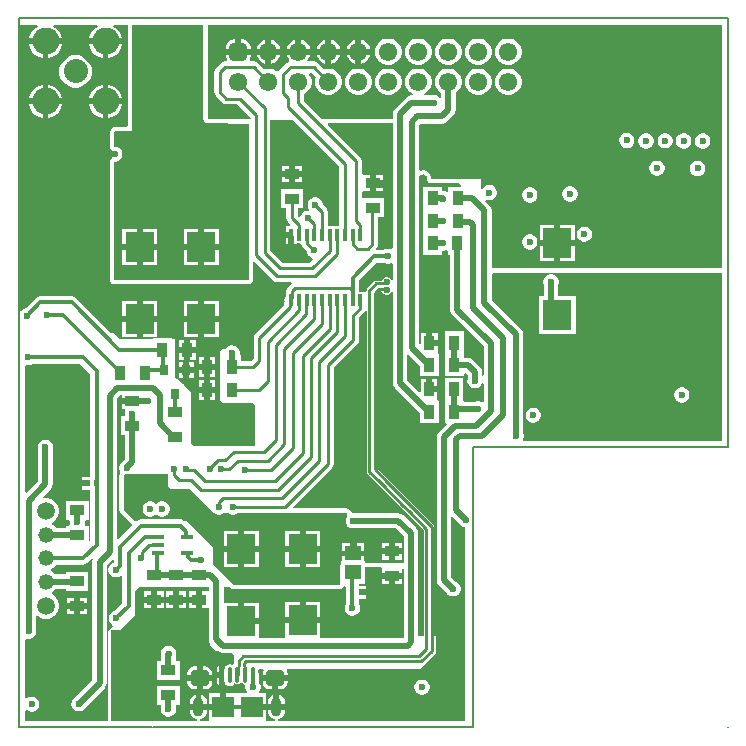
<source format=gbl>
G04*
G04 #@! TF.GenerationSoftware,Altium Limited,Altium Designer,21.2.2 (38)*
G04*
G04 Layer_Physical_Order=4*
G04 Layer_Color=16711680*
%FSLAX25Y25*%
%MOIN*%
G70*
G04*
G04 #@! TF.SameCoordinates,6CE54949-C0DA-46BE-907D-7ABA0CCCE0FB*
G04*
G04*
G04 #@! TF.FilePolarity,Positive*
G04*
G01*
G75*
%ADD10C,0.01968*%
%ADD12C,0.00984*%
%ADD15C,0.00787*%
%ADD16C,0.01000*%
%ADD24R,0.01575X0.02362*%
%ADD29R,0.03543X0.04724*%
%ADD65C,0.08000*%
%ADD68C,0.01378*%
%ADD69C,0.06102*%
G04:AMPARAMS|DCode=70|XSize=61.02mil|YSize=61.02mil|CornerRadius=15.26mil|HoleSize=0mil|Usage=FLASHONLY|Rotation=0.000|XOffset=0mil|YOffset=0mil|HoleType=Round|Shape=RoundedRectangle|*
%AMROUNDEDRECTD70*
21,1,0.06102,0.03051,0,0,0.0*
21,1,0.03051,0.06102,0,0,0.0*
1,1,0.03051,0.01526,-0.01526*
1,1,0.03051,-0.01526,-0.01526*
1,1,0.03051,-0.01526,0.01526*
1,1,0.03051,0.01526,0.01526*
%
%ADD70ROUNDEDRECTD70*%
%ADD71O,0.03543X0.06299*%
%ADD72C,0.05200*%
%ADD73C,0.05900*%
%ADD74C,0.09000*%
%ADD75C,0.02362*%
%ADD86R,0.09646X0.10039*%
%ADD87R,0.05512X0.05118*%
%ADD88R,0.04724X0.03543*%
%ADD89R,0.07480X0.07087*%
G04:AMPARAMS|DCode=90|XSize=62.99mil|YSize=55.12mil|CornerRadius=13.78mil|HoleSize=0mil|Usage=FLASHONLY|Rotation=180.000|XOffset=0mil|YOffset=0mil|HoleType=Round|Shape=RoundedRectangle|*
%AMROUNDEDRECTD90*
21,1,0.06299,0.02756,0,0,180.0*
21,1,0.03543,0.05512,0,0,180.0*
1,1,0.02756,-0.01772,0.01378*
1,1,0.02756,0.01772,0.01378*
1,1,0.02756,0.01772,-0.01378*
1,1,0.02756,-0.01772,-0.01378*
%
%ADD90ROUNDEDRECTD90*%
%ADD91O,0.01575X0.05315*%
%ADD92R,0.04250X0.01378*%
%ADD93R,0.03150X0.03543*%
%ADD94R,0.01772X0.04134*%
G36*
X36182Y200385D02*
X35828Y200032D01*
X32039Y200043D01*
X32038Y200042D01*
X32037Y200043D01*
X31767Y199989D01*
X31501Y199937D01*
X31500Y199936D01*
X31499Y199936D01*
X31272Y199785D01*
X31045Y199634D01*
X31044Y199633D01*
X31043Y199632D01*
X30689Y199279D01*
X30689Y199278D01*
X30688Y199278D01*
X30536Y199050D01*
X30384Y198824D01*
X30384Y198823D01*
X30383Y198822D01*
X30330Y198554D01*
X30276Y198286D01*
X30276Y198285D01*
X30276Y198284D01*
Y193504D01*
X30383Y192966D01*
X30688Y192510D01*
X31144Y192206D01*
X31177Y192199D01*
Y189690D01*
X31144Y189684D01*
X30688Y189379D01*
X30383Y188924D01*
X30276Y188386D01*
X30276Y149141D01*
X30383Y148603D01*
X30688Y148148D01*
X31143Y147843D01*
X31177Y147836D01*
Y147736D01*
X77421D01*
Y147957D01*
X77706Y148148D01*
X78011Y148603D01*
X78118Y149141D01*
Y154860D01*
X78579Y155051D01*
X84709Y148922D01*
X85330Y148507D01*
X86063Y148361D01*
X86063Y148361D01*
X90754D01*
X90906Y147861D01*
X90713Y147732D01*
X90713Y147732D01*
X89670Y146689D01*
X89255Y146067D01*
X89109Y145335D01*
X89109Y145335D01*
Y143836D01*
X89067Y143795D01*
X88652Y143174D01*
X88507Y142441D01*
X88568Y142130D01*
X88507Y141819D01*
X88507Y141819D01*
Y140781D01*
X78764Y131039D01*
X78349Y130418D01*
X78203Y129685D01*
X78203Y129685D01*
Y122919D01*
X77297Y122013D01*
X74154D01*
Y123839D01*
X73848D01*
X73543Y124235D01*
X73563Y124309D01*
Y124983D01*
X73389Y125633D01*
X73052Y126217D01*
X72575Y126693D01*
X71992Y127030D01*
X71571Y127143D01*
X71341Y127205D01*
X70667D01*
X70016Y127030D01*
X69433Y126693D01*
X68956Y126217D01*
X68765Y125886D01*
X67559D01*
X67047Y125374D01*
Y108799D01*
X67972Y107874D01*
X78012D01*
X78740Y107146D01*
Y94016D01*
X78524Y93799D01*
X58031D01*
X57303Y94528D01*
Y111516D01*
X54980Y113839D01*
Y114311D01*
X54508D01*
X52958Y115861D01*
X53262Y116264D01*
X53664Y116264D01*
X54783D01*
Y118051D01*
X53193D01*
Y116759D01*
X53193Y116333D01*
X52790Y116029D01*
X52126Y116693D01*
Y129350D01*
X50965D01*
Y129547D01*
X44665D01*
Y129350D01*
X33740D01*
X31177Y131913D01*
Y131551D01*
X30715Y131360D01*
X19049Y143026D01*
X18365Y143482D01*
X17559Y143643D01*
X7126D01*
X6319Y143482D01*
X5636Y143026D01*
X2264Y139654D01*
X1729Y139511D01*
X1145Y139174D01*
X783Y138812D01*
X307Y138967D01*
X283Y138984D01*
Y233897D01*
X284Y233897D01*
X6126D01*
X6260Y233397D01*
X5469Y232941D01*
X4445Y231916D01*
X3721Y230662D01*
X3416Y229524D01*
X8846D01*
X14277D01*
X13972Y230662D01*
X13248Y231916D01*
X12224Y232941D01*
X11433Y233397D01*
X11567Y233897D01*
X26127D01*
X26260Y233397D01*
X25469Y232941D01*
X24445Y231916D01*
X23721Y230662D01*
X23416Y229524D01*
X28846D01*
X34277D01*
X33972Y230662D01*
X33248Y231916D01*
X32223Y232941D01*
X31433Y233397D01*
X31567Y233897D01*
X36182D01*
X36182Y200385D01*
D02*
G37*
G36*
X61469Y202658D02*
X61576Y202120D01*
X61881Y201664D01*
X62336Y201360D01*
X62815Y201264D01*
Y201188D01*
X76713Y201149D01*
X76713Y149141D01*
X31681D01*
X31681Y188386D01*
X32266D01*
X32917Y188560D01*
X33500Y188897D01*
X33977Y189374D01*
X34314Y189957D01*
X34488Y190608D01*
Y191282D01*
X34314Y191933D01*
X33977Y192516D01*
X33500Y192993D01*
X32917Y193330D01*
X32266Y193504D01*
X31681D01*
Y198284D01*
X32035Y198638D01*
X37587Y198622D01*
X37587Y233897D01*
X61469Y233897D01*
X61469Y202658D01*
D02*
G37*
G36*
X135233Y184170D02*
X135496Y184018D01*
X135711Y183803D01*
X135863Y183540D01*
X135942Y183247D01*
Y182795D01*
X136049Y182258D01*
X136353Y181802D01*
X136809Y181497D01*
X137347Y181390D01*
X146602D01*
X147491Y180501D01*
X147300Y180039D01*
X143032D01*
Y178742D01*
X142532Y178453D01*
X142405Y178526D01*
X141754Y178701D01*
X141080D01*
X141063Y178714D01*
Y180039D01*
X134764D01*
Y172559D01*
X134764D01*
X134803Y172500D01*
Y165020D01*
X134724Y164961D01*
X134724D01*
Y157480D01*
X141024D01*
Y158653D01*
X141061Y158681D01*
X141735D01*
X142385Y158855D01*
X142492Y158917D01*
X142992Y158628D01*
Y157480D01*
X143733D01*
Y139094D01*
X143917Y138173D01*
X144439Y137391D01*
X154904Y126926D01*
Y117199D01*
X154404Y116960D01*
X154364Y116992D01*
Y118202D01*
X154181Y119123D01*
X153659Y119905D01*
X151231Y122333D01*
X150449Y122855D01*
X149528Y123038D01*
X148209D01*
Y124370D01*
X148209D01*
Y124390D01*
X148209D01*
Y131870D01*
X141910D01*
Y124390D01*
X141909D01*
Y124370D01*
X141910D01*
Y116890D01*
X148209D01*
Y117836D01*
X148709Y118043D01*
X149547Y117204D01*
Y116121D01*
X149472Y115841D01*
Y115167D01*
X149646Y114516D01*
X149983Y113932D01*
X150460Y113456D01*
X151043Y113119D01*
X151694Y112945D01*
X152368D01*
X153019Y113119D01*
X153602Y113456D01*
X154079Y113932D01*
X154416Y114516D01*
X154904Y114409D01*
Y108478D01*
X154404Y108204D01*
X154051Y108408D01*
X153400Y108583D01*
X152726D01*
X152075Y108408D01*
X151986Y108357D01*
X148189D01*
Y108839D01*
X148150Y108858D01*
Y116339D01*
X141850D01*
Y108858D01*
X141890Y108839D01*
Y101358D01*
X142378D01*
X142569Y100896D01*
X140029Y98357D01*
X139507Y97575D01*
X139324Y96653D01*
Y49016D01*
X139507Y48094D01*
X140029Y47313D01*
X142327Y45015D01*
X142618Y44511D01*
X143094Y44035D01*
X143678Y43698D01*
X144328Y43524D01*
X145002D01*
X145653Y43698D01*
X146237Y44035D01*
X146713Y44511D01*
X147050Y45095D01*
X147224Y45746D01*
Y46420D01*
X147050Y47070D01*
X146713Y47654D01*
X146237Y48130D01*
X145733Y48421D01*
X144141Y50013D01*
Y69950D01*
X144603Y70141D01*
X146716Y68027D01*
X147007Y67523D01*
X147484Y67047D01*
X148067Y66710D01*
X148602Y66566D01*
Y30453D01*
Y2126D01*
X86221D01*
X86188Y2626D01*
X86550Y2674D01*
X87225Y2953D01*
X87804Y3397D01*
X88248Y3976D01*
X88527Y4651D01*
X88622Y5374D01*
Y5768D01*
X85827D01*
X83031D01*
Y5374D01*
X83126Y4651D01*
X83406Y3976D01*
X83850Y3397D01*
X84429Y2953D01*
X85103Y2674D01*
X85466Y2626D01*
X85433Y2126D01*
X82765D01*
X82299Y2209D01*
Y5768D01*
X77559D01*
Y7736D01*
X82299D01*
Y11295D01*
X80205D01*
X80054Y11795D01*
X80357Y12319D01*
X80532Y12970D01*
Y13644D01*
X80357Y14295D01*
X80060Y14809D01*
Y17284D01*
X79900Y18090D01*
X79759Y18300D01*
Y19153D01*
X79990Y19435D01*
X81380D01*
X81616Y18994D01*
X81422Y18703D01*
X81237Y17776D01*
Y17382D01*
X89629D01*
Y17776D01*
X89445Y18703D01*
X89251Y18994D01*
X89486Y19435D01*
X133825D01*
X138858Y24468D01*
Y30453D01*
X138478D01*
Y66797D01*
X138409Y67142D01*
X138213Y67435D01*
X131750Y73899D01*
X131750Y73899D01*
X123218Y82431D01*
X123218Y82431D01*
X119427Y86222D01*
Y144378D01*
X120256Y145207D01*
X120689D01*
X120928Y145047D01*
X121084Y145016D01*
X121204Y144726D01*
X121647Y144283D01*
X122226Y144043D01*
X122853D01*
X123431Y144283D01*
X123874Y144726D01*
X124040Y145126D01*
X124540Y145027D01*
Y114784D01*
X124724Y113862D01*
X125246Y113080D01*
X133622Y104704D01*
Y101358D01*
X139921D01*
Y108839D01*
X139751D01*
X139504Y109236D01*
Y111614D01*
X136732D01*
Y112599D01*
X135748D01*
Y115961D01*
X133961D01*
Y111831D01*
X133499Y111640D01*
X129357Y115781D01*
Y124005D01*
X129819Y124196D01*
X133642Y120373D01*
Y116890D01*
X139941D01*
Y124370D01*
X139810D01*
X139563Y124768D01*
Y127146D01*
X136791D01*
Y128130D01*
X135807D01*
Y131492D01*
X134020D01*
Y127845D01*
X133520Y127594D01*
X133353Y127718D01*
Y183690D01*
X133394Y183766D01*
X133670Y184101D01*
X133855Y184113D01*
X134041Y184101D01*
X134126Y184131D01*
X134217Y184137D01*
X134636Y184249D01*
X134940D01*
X135233Y184170D01*
D02*
G37*
G36*
X234213Y152905D02*
X157527D01*
Y172303D01*
X157343Y173225D01*
X156821Y174006D01*
X155416Y175411D01*
X155723Y175812D01*
X155804Y175765D01*
X156454Y175591D01*
X157128D01*
X157779Y175765D01*
X158363Y176102D01*
X158839Y176578D01*
X159176Y177162D01*
X159350Y177813D01*
Y178487D01*
X159176Y179137D01*
X158839Y179721D01*
X158363Y180197D01*
X157779Y180534D01*
X157128Y180709D01*
X156454D01*
X155804Y180534D01*
X155220Y180197D01*
X154744Y179721D01*
X154516Y179326D01*
X154016Y179460D01*
Y182795D01*
X137347D01*
Y183432D01*
X137172Y184083D01*
X136836Y184666D01*
X136359Y185143D01*
X135775Y185479D01*
X135125Y185654D01*
X134451D01*
X133853Y185494D01*
X133659Y185545D01*
X133353Y185722D01*
Y200833D01*
X133655Y201135D01*
X141004D01*
X141926Y201318D01*
X142707Y201840D01*
X144813Y203947D01*
X145335Y204728D01*
X145519Y205650D01*
Y211355D01*
X145830Y211535D01*
X146654Y212359D01*
X147238Y213369D01*
X147539Y214496D01*
Y215662D01*
X147238Y216788D01*
X146654Y217798D01*
X145830Y218623D01*
X144820Y219206D01*
X143693Y219508D01*
X142527D01*
X141401Y219206D01*
X140391Y218623D01*
X139566Y217798D01*
X138983Y216788D01*
X138681Y215662D01*
Y214496D01*
X138983Y213369D01*
X139566Y212359D01*
X140391Y211535D01*
X140702Y211355D01*
Y210023D01*
X140202Y209835D01*
X139859Y210178D01*
X139275Y210515D01*
X138624Y210689D01*
X137951D01*
X137389Y210538D01*
X135104D01*
X134970Y211038D01*
X135830Y211535D01*
X136654Y212359D01*
X137238Y213369D01*
X137539Y214496D01*
Y215662D01*
X137238Y216788D01*
X136654Y217798D01*
X135830Y218623D01*
X134820Y219206D01*
X133693Y219508D01*
X132527D01*
X131401Y219206D01*
X130391Y218623D01*
X129566Y217798D01*
X128983Y216788D01*
X128681Y215662D01*
Y214496D01*
X128983Y213369D01*
X129566Y212359D01*
X130391Y211535D01*
X131250Y211038D01*
X131116Y210538D01*
X130630D01*
X129708Y210355D01*
X128927Y209833D01*
X125246Y206152D01*
X124724Y205370D01*
X124540Y204449D01*
Y202658D01*
X101054D01*
X95025Y208687D01*
Y211070D01*
X95830Y211535D01*
X96654Y212359D01*
X97237Y213369D01*
X97539Y214496D01*
Y215662D01*
X97237Y216788D01*
X96829Y217495D01*
X97063Y217953D01*
X97485Y217997D01*
X98922Y216560D01*
X98681Y215662D01*
Y214496D01*
X98983Y213369D01*
X99566Y212359D01*
X100391Y211535D01*
X101401Y210951D01*
X102527Y210650D01*
X103693D01*
X104820Y210951D01*
X105830Y211535D01*
X106654Y212359D01*
X107238Y213369D01*
X107539Y214496D01*
Y215662D01*
X107238Y216788D01*
X106654Y217798D01*
X105830Y218623D01*
X104820Y219206D01*
X103693Y219508D01*
X102527D01*
X101629Y219267D01*
X99535Y221362D01*
X98914Y221777D01*
X98181Y221923D01*
X98181Y221923D01*
X96337D01*
X96145Y222385D01*
X96352Y222591D01*
X96885Y223515D01*
X97041Y224095D01*
X89180D01*
X89335Y223515D01*
X89868Y222591D01*
X90172Y222288D01*
X90027Y221809D01*
X89866Y221777D01*
X89245Y221362D01*
X89245Y221362D01*
X86776Y218893D01*
X86572Y218588D01*
X85938Y218515D01*
X85830Y218623D01*
X84820Y219206D01*
X83693Y219508D01*
X82527D01*
X81630Y219267D01*
X79535Y221362D01*
X78914Y221777D01*
X78181Y221923D01*
X78181Y221923D01*
X77114D01*
X76878Y222364D01*
X77015Y222568D01*
X77211Y223553D01*
Y224095D01*
X69010D01*
Y223553D01*
X69206Y222568D01*
X69342Y222364D01*
X69106Y221923D01*
X68787D01*
X68787Y221923D01*
X68055Y221777D01*
X67434Y221362D01*
X67434Y221362D01*
X65693Y219622D01*
X65278Y219001D01*
X65132Y218268D01*
X65132Y218268D01*
Y211595D01*
X65132Y211595D01*
X65278Y210862D01*
X65693Y210241D01*
X67780Y208154D01*
X67780Y208154D01*
X68401Y207739D01*
X69134Y207593D01*
X69134Y207593D01*
X72750D01*
X77186Y203157D01*
X77167Y202658D01*
X62874D01*
X62874Y233917D01*
X234213Y233917D01*
Y152905D01*
D02*
G37*
G36*
X106806Y186845D02*
Y166910D01*
X102958D01*
Y171831D01*
X102958Y171831D01*
X102812Y172564D01*
X102397Y173185D01*
X102397Y173185D01*
X101319Y174263D01*
Y174451D01*
X101145Y175102D01*
X100808Y175686D01*
X100331Y176162D01*
X99748Y176499D01*
X99097Y176673D01*
X98423D01*
X97772Y176499D01*
X97189Y176162D01*
X96712Y175686D01*
X96375Y175102D01*
X96201Y174451D01*
Y173777D01*
X96375Y173126D01*
X96664Y172626D01*
X96566Y172333D01*
X96422Y172126D01*
X96061D01*
X95410Y171952D01*
X94826Y171615D01*
X94350Y171138D01*
X94013Y170555D01*
X93932Y170251D01*
X93374Y170102D01*
X92978Y170498D01*
Y172953D01*
X94803D01*
Y179252D01*
X87323D01*
Y172953D01*
X89148D01*
Y169705D01*
X89148Y169705D01*
X89294Y168972D01*
X89709Y168351D01*
X90476Y167584D01*
X90285Y167122D01*
X88921D01*
Y165039D01*
X90807D01*
Y164055D01*
X91451D01*
X91597Y163322D01*
X91693Y163179D01*
Y161201D01*
X91791D01*
Y160988D01*
X92693D01*
Y161201D01*
X93639D01*
X94125Y161095D01*
X94270Y160362D01*
X94685Y159741D01*
X95846Y158580D01*
Y158561D01*
X96021Y157910D01*
X96358Y157326D01*
X96834Y156850D01*
X97418Y156513D01*
X97768Y156419D01*
X97917Y155861D01*
X96864Y154808D01*
X87959D01*
X83824Y158943D01*
Y202402D01*
X91249D01*
X106806Y186845D01*
D02*
G37*
G36*
X124540Y159514D02*
X124040Y159225D01*
X123921Y159294D01*
X123270Y159468D01*
X122596D01*
X121945Y159294D01*
X121465Y159017D01*
X119248D01*
X119057Y159479D01*
X119139Y159561D01*
X119139Y159561D01*
X119554Y160183D01*
X119700Y160915D01*
X119700Y160915D01*
Y169961D01*
X121713D01*
Y176260D01*
X114297D01*
Y178236D01*
X114610Y178606D01*
X114797Y178606D01*
X116988D01*
Y181378D01*
Y184150D01*
X114797D01*
X114610Y184150D01*
X114297Y184520D01*
Y188622D01*
X114297Y188622D01*
X114151Y189355D01*
X113736Y189976D01*
X113736Y189976D01*
X102921Y200791D01*
X103113Y201253D01*
X124540D01*
Y159514D01*
D02*
G37*
G36*
X121945Y154525D02*
X122596Y154350D01*
X123270D01*
X123921Y154525D01*
X124040Y154594D01*
X124540Y154305D01*
Y148965D01*
X124040Y148865D01*
X123874Y149266D01*
X123431Y149709D01*
X122853Y149949D01*
X122226D01*
X121647Y149709D01*
X121204Y149266D01*
X121084Y148976D01*
X120928Y148945D01*
X120689Y148785D01*
X119148D01*
X118802Y148716D01*
X118509Y148520D01*
X116113Y146124D01*
X115918Y145831D01*
X115849Y145486D01*
Y145420D01*
X115512Y145059D01*
X113387D01*
Y148950D01*
X119239Y154802D01*
X121465D01*
X121945Y154525D01*
D02*
G37*
G36*
X23739Y117749D02*
Y83661D01*
X23642D01*
Y83480D01*
X21067D01*
Y82284D01*
X22854D01*
Y80315D01*
X21067D01*
Y79118D01*
X23642D01*
Y78937D01*
X23739D01*
Y62144D01*
X23709Y62124D01*
X23209Y62391D01*
Y67087D01*
X22131D01*
X21868Y67587D01*
X22008Y68108D01*
Y68782D01*
X22218Y69055D01*
X23209D01*
Y75354D01*
X15728D01*
Y69055D01*
X16680D01*
X16890Y68782D01*
Y68108D01*
X17030Y67587D01*
X16766Y67087D01*
X15728D01*
Y66434D01*
X12250D01*
X12179Y66557D01*
X11439Y67297D01*
X10983Y67560D01*
Y68138D01*
X11654Y68525D01*
X12459Y69331D01*
X13029Y70318D01*
X13324Y71418D01*
Y72558D01*
X13029Y73659D01*
X12459Y74646D01*
X11654Y75451D01*
X10667Y76021D01*
X9566Y76316D01*
X8426D01*
X8231Y76264D01*
X7973Y76712D01*
X10522Y79261D01*
X11044Y80043D01*
X11227Y80965D01*
Y92330D01*
X11378Y92891D01*
Y93565D01*
X11203Y94216D01*
X10867Y94800D01*
X10390Y95276D01*
X9807Y95613D01*
X9156Y95787D01*
X8482D01*
X7831Y95613D01*
X7248Y95276D01*
X6771Y94800D01*
X6434Y94216D01*
X6260Y93565D01*
Y92891D01*
X6410Y92330D01*
Y81962D01*
X2608Y78159D01*
X2146Y78351D01*
Y120416D01*
X2542Y120721D01*
X2734Y120669D01*
X3408D01*
X4059Y120844D01*
X4505Y121101D01*
X20387D01*
X23739Y117749D01*
D02*
G37*
G36*
X234201Y95374D02*
X234197Y95366D01*
X168102D01*
X168091Y95371D01*
Y96142D01*
X168248Y96730D01*
Y97404D01*
X168097Y97966D01*
Y130866D01*
X167914Y131788D01*
X167392Y132569D01*
X157623Y142338D01*
X157565Y151146D01*
X157918Y151500D01*
X234201D01*
Y95374D01*
D02*
G37*
G36*
X34413Y109764D02*
X37776D01*
Y107795D01*
X34413D01*
Y106008D01*
X35241D01*
X35491Y105575D01*
X35411Y105437D01*
X35236Y104786D01*
Y104112D01*
X35251Y104058D01*
X34946Y103661D01*
X34035D01*
Y97362D01*
X35367D01*
Y89411D01*
X34606Y88650D01*
X34354Y88504D01*
X33877Y88028D01*
X33541Y87444D01*
X33366Y86794D01*
Y86120D01*
X33541Y85469D01*
X33811Y85001D01*
X33756Y84919D01*
X33605Y84694D01*
X33604Y84692D01*
X33604Y84691D01*
X33550Y84424D01*
X33497Y84156D01*
X33497Y84155D01*
X33497Y84154D01*
Y72224D01*
X33604Y71687D01*
X33908Y71231D01*
X37392Y67747D01*
X37606Y67604D01*
X37637Y67093D01*
X33126Y62583D01*
X32664Y62774D01*
Y109514D01*
X33813Y110662D01*
X34413D01*
Y109764D01*
D02*
G37*
G36*
X49545Y84449D02*
X49645Y84275D01*
X49724Y84196D01*
Y80354D01*
X50689Y79390D01*
X56968D01*
X64431Y71927D01*
X64507Y71795D01*
X64984Y71318D01*
X65567Y70982D01*
X66218Y70807D01*
X66892D01*
X67543Y70982D01*
X68126Y71318D01*
X68265Y71457D01*
X69661D01*
X69826Y71291D01*
X70410Y70954D01*
X71061Y70780D01*
X71735D01*
X72385Y70954D01*
X72969Y71291D01*
X73135Y71457D01*
X109213D01*
Y69982D01*
X109111Y69807D01*
X108937Y69156D01*
Y68482D01*
X109111Y67831D01*
X109213Y67656D01*
Y66654D01*
X110128D01*
X110508Y66434D01*
X111159Y66260D01*
X111833D01*
X112395Y66410D01*
X125479D01*
X128280Y63609D01*
Y54646D01*
X115354D01*
Y55295D01*
X115173D01*
Y56870D01*
X111417D01*
X107661D01*
Y55295D01*
X107480D01*
Y54426D01*
X106870Y53858D01*
Y47303D01*
X71516Y47303D01*
X64547Y54272D01*
Y59862D01*
X55669Y68740D01*
X55163D01*
X54665Y69073D01*
X53858Y69233D01*
X40650D01*
X39843Y69073D01*
X39345Y68740D01*
X38386D01*
X34902Y72224D01*
Y84154D01*
X35256Y84506D01*
X49545Y84449D01*
D02*
G37*
G36*
X24717Y56010D02*
X24645Y55902D01*
X24462Y54980D01*
Y15769D01*
X18538Y9845D01*
X18500Y9823D01*
X18023Y9347D01*
X17686Y8763D01*
X17682Y8746D01*
X17649Y8697D01*
X17592Y8413D01*
X17512Y8112D01*
Y8008D01*
X17466Y7776D01*
X17512Y7543D01*
Y7439D01*
X17592Y7138D01*
X17649Y6854D01*
X17682Y6805D01*
X17686Y6788D01*
X18023Y6204D01*
X18500Y5728D01*
X19083Y5391D01*
X19734Y5217D01*
X20408D01*
X21059Y5391D01*
X21642Y5728D01*
X22119Y6204D01*
X22456Y6788D01*
X22515Y7011D01*
X28573Y13069D01*
X29095Y13850D01*
X29279Y14772D01*
Y53983D01*
X31053Y55757D01*
X31515Y55566D01*
Y54863D01*
X31374Y54826D01*
X30791Y54489D01*
X30314Y54012D01*
X29978Y53429D01*
X29803Y52778D01*
Y52104D01*
X29978Y51453D01*
X30314Y50870D01*
X30791Y50393D01*
X31374Y50056D01*
X32025Y49882D01*
X32699D01*
X33350Y50056D01*
X33933Y50393D01*
X33987Y50447D01*
X34487Y50240D01*
Y41227D01*
X32048Y38788D01*
X31512Y38644D01*
X30929Y38308D01*
X30452Y37831D01*
X30115Y37248D01*
X29941Y36597D01*
Y35923D01*
X30115Y35272D01*
X30452Y34688D01*
X30929Y34212D01*
X31139Y34091D01*
X31222Y33466D01*
X29783Y32028D01*
Y1949D01*
X29764Y1929D01*
X2146D01*
Y5300D01*
X2630Y5523D01*
X3213Y5186D01*
X3864Y5012D01*
X4538D01*
X5189Y5186D01*
X5772Y5523D01*
X6248Y6000D01*
X6585Y6583D01*
X6760Y7234D01*
Y7908D01*
X6585Y8559D01*
X6248Y9142D01*
X5772Y9619D01*
X5189Y9956D01*
X4538Y10130D01*
X3864D01*
X3213Y9956D01*
X2630Y9619D01*
X2146Y9842D01*
Y29164D01*
X2646Y29545D01*
X2931Y29469D01*
X3605D01*
X4256Y29643D01*
X4839Y29980D01*
X5316Y30456D01*
X5652Y31040D01*
X5827Y31691D01*
Y32364D01*
X5676Y32926D01*
Y37038D01*
X6138Y37229D01*
X6339Y37029D01*
X7326Y36459D01*
X8426Y36164D01*
X9566D01*
X10667Y36459D01*
X11654Y37029D01*
X12459Y37835D01*
X13029Y38822D01*
X13324Y39922D01*
Y41062D01*
X13029Y42163D01*
X12459Y43150D01*
X11654Y43955D01*
X10983Y44342D01*
Y44920D01*
X11439Y45183D01*
X12179Y45924D01*
X12244Y46036D01*
X15571D01*
Y45433D01*
X23051D01*
Y51732D01*
X15571D01*
Y50853D01*
X12134D01*
X11439Y51549D01*
X10599Y52034D01*
X10563Y52303D01*
X10599Y52573D01*
X11439Y53057D01*
X12179Y53798D01*
X12373Y54133D01*
X21260D01*
X22066Y54293D01*
X22750Y54750D01*
X24329Y56329D01*
X24717Y56010D01*
D02*
G37*
G36*
X120890Y53087D02*
X120890Y52741D01*
Y51299D01*
X124252D01*
X127614D01*
Y52658D01*
X128114Y52933D01*
X128280Y52826D01*
Y29574D01*
X100449D01*
Y34587D01*
X94626D01*
X88803D01*
Y29574D01*
X79976D01*
Y34468D01*
X74154D01*
Y35453D01*
X73169D01*
Y41472D01*
X68331D01*
X68209Y41922D01*
Y46693D01*
X70131Y46701D01*
X70522Y46310D01*
X70978Y46005D01*
X71516Y45898D01*
X106870Y45898D01*
X107408Y46005D01*
X107863Y46310D01*
X108168Y46766D01*
X108188Y46864D01*
X108700Y46866D01*
X109054Y46514D01*
Y44941D01*
X109054Y44941D01*
Y41094D01*
X108777Y40614D01*
X108602Y39963D01*
Y39289D01*
X108777Y38638D01*
X109114Y38055D01*
X109590Y37578D01*
X110174Y37241D01*
X110825Y37067D01*
X111498D01*
X112149Y37241D01*
X112733Y37578D01*
X113209Y38055D01*
X113546Y38638D01*
X113721Y39289D01*
Y39963D01*
X113546Y40614D01*
X113269Y41094D01*
Y42760D01*
X115705D01*
Y43957D01*
X113917D01*
Y45925D01*
X115705D01*
Y47122D01*
X113269D01*
Y47717D01*
X115039D01*
X115138Y47815D01*
X115354D01*
Y53241D01*
X120454D01*
X120890Y53087D01*
D02*
G37*
G36*
X115849Y138778D02*
Y85114D01*
X115918Y84769D01*
X116113Y84476D01*
X118974Y81615D01*
X118974Y81615D01*
X120688Y79901D01*
X120688Y79901D01*
X127506Y73083D01*
X127506Y73083D01*
X129220Y71369D01*
X129220Y71369D01*
X134900Y65689D01*
Y30453D01*
X133098D01*
Y64606D01*
X132914Y65528D01*
X132392Y66309D01*
X128179Y70522D01*
X127398Y71044D01*
X126476Y71227D01*
X112395D01*
X111833Y71378D01*
X111159D01*
X111099Y71362D01*
X110522Y71939D01*
X110511Y71994D01*
X110206Y72450D01*
X109750Y72755D01*
X109213Y72862D01*
X91656D01*
X91465Y73324D01*
X104405Y86264D01*
X104405Y86264D01*
X104820Y86885D01*
X104966Y87618D01*
Y119797D01*
X112830Y127662D01*
X112830Y127662D01*
X113245Y128283D01*
X113391Y129016D01*
Y136549D01*
X114906Y138064D01*
X114906Y138064D01*
X115321Y138685D01*
X115349Y138827D01*
X115849Y138778D01*
D02*
G37*
G36*
X63300Y45213D02*
X60945D01*
Y42441D01*
Y39669D01*
X63300D01*
Y29331D01*
X63484Y28409D01*
X63701Y28084D01*
Y27461D01*
X65768Y25394D01*
X66274D01*
X66952Y24940D01*
X67874Y24757D01*
X70932D01*
X71516Y24173D01*
Y20986D01*
X71075Y20750D01*
X70967Y20822D01*
X70276Y20960D01*
X69584Y20822D01*
X69008Y20437D01*
X69005Y20442D01*
X68701Y20646D01*
Y19986D01*
X68607Y19845D01*
X68469Y19154D01*
Y17284D01*
Y15413D01*
X68607Y14722D01*
X68701Y14581D01*
Y13921D01*
X69005Y14125D01*
X69008Y14129D01*
X69584Y13745D01*
X70276Y13607D01*
X70967Y13745D01*
X71553Y14136D01*
X71837Y14562D01*
X71983D01*
X72374Y14301D01*
X72835Y14209D01*
X73295Y14301D01*
X73686Y14562D01*
X73836Y14787D01*
X73857Y14795D01*
X74371D01*
X74392Y14787D01*
X74542Y14562D01*
X74933Y14301D01*
X75065Y14275D01*
X75441Y13748D01*
X75413Y13644D01*
Y12970D01*
X75588Y12319D01*
X75890Y11795D01*
X75740Y11295D01*
X69095D01*
Y6752D01*
X68110D01*
Y5768D01*
X63370D01*
Y2209D01*
X62904Y2126D01*
X60236D01*
X60203Y2626D01*
X60566Y2674D01*
X61240Y2953D01*
X61819Y3397D01*
X62264Y3976D01*
X62543Y4651D01*
X62638Y5374D01*
Y5768D01*
X59842D01*
X57047D01*
Y5374D01*
X57142Y4651D01*
X57421Y3976D01*
X57866Y3397D01*
X58445Y2953D01*
X59119Y2674D01*
X59482Y2626D01*
X59449Y2126D01*
X30689D01*
Y32224D01*
X33563Y32224D01*
X38760Y37421D01*
Y45217D01*
X40236Y46693D01*
X63300D01*
Y45213D01*
D02*
G37*
%LPC*%
G36*
X34277Y227555D02*
X29831D01*
Y223109D01*
X30969Y223414D01*
X32223Y224138D01*
X33248Y225162D01*
X33972Y226416D01*
X34277Y227555D01*
D02*
G37*
G36*
X14277D02*
X9831D01*
Y223109D01*
X10969Y223414D01*
X12224Y224138D01*
X13248Y225162D01*
X13972Y226416D01*
X14277Y227555D01*
D02*
G37*
G36*
X27862D02*
X23416D01*
X23721Y226416D01*
X24445Y225162D01*
X25469Y224138D01*
X26724Y223414D01*
X27862Y223109D01*
Y227555D01*
D02*
G37*
G36*
X7862D02*
X3416D01*
X3721Y226416D01*
X4445Y225162D01*
X5469Y224138D01*
X6724Y223414D01*
X7862Y223109D01*
Y227555D01*
D02*
G37*
G36*
X19555Y223917D02*
X18138D01*
X16771Y223551D01*
X15544Y222843D01*
X14543Y221842D01*
X13835Y220615D01*
X13468Y219247D01*
Y217831D01*
X13835Y216464D01*
X14543Y215237D01*
X15544Y214236D01*
X16771Y213528D01*
X18138Y213161D01*
X19555D01*
X20922Y213528D01*
X22149Y214236D01*
X23150Y215237D01*
X23858Y216464D01*
X24224Y217831D01*
Y219247D01*
X23858Y220615D01*
X23150Y221842D01*
X22149Y222843D01*
X20922Y223551D01*
X19555Y223917D01*
D02*
G37*
G36*
X29831Y213970D02*
Y209524D01*
X34277D01*
X33972Y210662D01*
X33248Y211916D01*
X32223Y212941D01*
X30969Y213665D01*
X29831Y213970D01*
D02*
G37*
G36*
X9831D02*
Y209524D01*
X14277D01*
X13972Y210662D01*
X13248Y211916D01*
X12224Y212941D01*
X10969Y213665D01*
X9831Y213970D01*
D02*
G37*
G36*
X27862D02*
X26724Y213665D01*
X25469Y212941D01*
X24445Y211916D01*
X23721Y210662D01*
X23416Y209524D01*
X27862D01*
Y213970D01*
D02*
G37*
G36*
X7862D02*
X6724Y213665D01*
X5469Y212941D01*
X4445Y211916D01*
X3721Y210662D01*
X3416Y209524D01*
X7862D01*
Y213970D01*
D02*
G37*
G36*
X34277Y207555D02*
X29831D01*
Y203109D01*
X30969Y203414D01*
X32223Y204138D01*
X33248Y205162D01*
X33972Y206416D01*
X34277Y207555D01*
D02*
G37*
G36*
X14277D02*
X9831D01*
Y203109D01*
X10969Y203414D01*
X12224Y204138D01*
X13248Y205162D01*
X13972Y206416D01*
X14277Y207555D01*
D02*
G37*
G36*
X27862D02*
X23416D01*
X23721Y206416D01*
X24445Y205162D01*
X25469Y204138D01*
X26724Y203414D01*
X27862Y203109D01*
Y207555D01*
D02*
G37*
G36*
X7862D02*
X3416D01*
X3721Y206416D01*
X4445Y205162D01*
X5469Y204138D01*
X6724Y203414D01*
X7862Y203109D01*
Y207555D01*
D02*
G37*
G36*
X66610Y142142D02*
X61772D01*
Y137106D01*
X66610D01*
Y142142D01*
D02*
G37*
G36*
X59803D02*
X54965D01*
Y137106D01*
X59803D01*
Y142142D01*
D02*
G37*
G36*
X46118Y142102D02*
X41280D01*
Y137067D01*
X46118D01*
Y142102D01*
D02*
G37*
G36*
X39311D02*
X34472D01*
Y137067D01*
X39311D01*
Y142102D01*
D02*
G37*
G36*
X66610Y135138D02*
X61772D01*
Y130102D01*
X66610D01*
Y135138D01*
D02*
G37*
G36*
X59803D02*
X54965D01*
Y130102D01*
X59803D01*
Y135138D01*
D02*
G37*
G36*
X46118Y135098D02*
X41280D01*
Y130063D01*
X46118D01*
Y135098D01*
D02*
G37*
G36*
X39311D02*
X34472D01*
Y130063D01*
X39311D01*
Y135098D01*
D02*
G37*
G36*
X58854Y129169D02*
X57067D01*
Y126791D01*
X58854D01*
Y129169D01*
D02*
G37*
G36*
X55098D02*
X53311D01*
Y126791D01*
X55098D01*
Y129169D01*
D02*
G37*
G36*
X58854Y124823D02*
X57067D01*
Y122445D01*
X58854D01*
Y124823D01*
D02*
G37*
G36*
X55098D02*
X53311D01*
Y122445D01*
X55098D01*
Y124823D01*
D02*
G37*
G36*
X65508Y123461D02*
X63721D01*
Y121083D01*
X65508D01*
Y123461D01*
D02*
G37*
G36*
X61752D02*
X59965D01*
Y121083D01*
X61752D01*
Y123461D01*
D02*
G37*
G36*
X58342Y121807D02*
X56752D01*
Y120020D01*
X58342D01*
Y121807D01*
D02*
G37*
G36*
X54783D02*
X53193D01*
Y120020D01*
X54783D01*
Y121807D01*
D02*
G37*
G36*
X65508Y119114D02*
X63721D01*
Y116736D01*
X65508D01*
Y119114D01*
D02*
G37*
G36*
X61752D02*
X59965D01*
Y116736D01*
X61752D01*
Y119114D01*
D02*
G37*
G36*
X58342Y118051D02*
X56752D01*
Y116264D01*
X58342D01*
Y118051D01*
D02*
G37*
G36*
X65469Y115744D02*
X63681D01*
Y113366D01*
X65469D01*
Y115744D01*
D02*
G37*
G36*
X61713D02*
X59925D01*
Y113366D01*
X61713D01*
Y115744D01*
D02*
G37*
G36*
X65469Y111398D02*
X63681D01*
Y109020D01*
X65469D01*
Y111398D01*
D02*
G37*
G36*
X61713D02*
X59925D01*
Y109020D01*
X61713D01*
Y111398D01*
D02*
G37*
G36*
X66610Y165961D02*
X61772D01*
Y160925D01*
X66610D01*
Y165961D01*
D02*
G37*
G36*
X59803D02*
X54965D01*
Y160925D01*
X59803D01*
Y165961D01*
D02*
G37*
G36*
X46118Y165921D02*
X41280D01*
Y160886D01*
X46118D01*
Y165921D01*
D02*
G37*
G36*
X39311D02*
X34472D01*
Y160886D01*
X39311D01*
Y165921D01*
D02*
G37*
G36*
X66610Y158957D02*
X61772D01*
Y153921D01*
X66610D01*
Y158957D01*
D02*
G37*
G36*
X59803D02*
X54965D01*
Y153921D01*
X59803D01*
Y158957D01*
D02*
G37*
G36*
X46118Y158917D02*
X41280D01*
Y153882D01*
X46118D01*
Y158917D01*
D02*
G37*
G36*
X39311D02*
X34472D01*
Y153882D01*
X39311D01*
Y158917D01*
D02*
G37*
G36*
X139563Y131492D02*
X137776D01*
Y129114D01*
X139563D01*
Y131492D01*
D02*
G37*
G36*
X139504Y115961D02*
X137716D01*
Y113583D01*
X139504D01*
Y115961D01*
D02*
G37*
G36*
X89629Y15413D02*
X86417D01*
Y12595D01*
X87205D01*
X88133Y12780D01*
X88919Y13305D01*
X89445Y14092D01*
X89629Y15020D01*
Y15413D01*
D02*
G37*
G36*
X84449D02*
X81237D01*
Y15020D01*
X81422Y14092D01*
X81947Y13305D01*
X82734Y12780D01*
X83661Y12595D01*
X84449D01*
Y15413D01*
D02*
G37*
G36*
X134668Y15827D02*
X133994D01*
X133343Y15652D01*
X132759Y15315D01*
X132283Y14839D01*
X131946Y14255D01*
X131772Y13605D01*
Y12931D01*
X131946Y12280D01*
X132283Y11696D01*
X132759Y11220D01*
X133343Y10883D01*
X133994Y10709D01*
X134668D01*
X135319Y10883D01*
X135902Y11220D01*
X136379Y11696D01*
X136715Y12280D01*
X136890Y12931D01*
Y13605D01*
X136715Y14255D01*
X136379Y14839D01*
X135902Y15315D01*
X135319Y15652D01*
X134668Y15827D01*
D02*
G37*
G36*
X86811Y10722D02*
Y7736D01*
X88622D01*
Y8130D01*
X88527Y8854D01*
X88248Y9528D01*
X87804Y10107D01*
X87225Y10551D01*
X86811Y10722D01*
D02*
G37*
G36*
X84842D02*
X84429Y10551D01*
X83850Y10107D01*
X83406Y9528D01*
X83126Y8854D01*
X83031Y8130D01*
Y7736D01*
X84842D01*
Y10722D01*
D02*
G37*
G36*
X114094Y229009D02*
Y226063D01*
X117041D01*
X116885Y226642D01*
X116352Y227566D01*
X115598Y228321D01*
X114674Y228854D01*
X114094Y229009D01*
D02*
G37*
G36*
X112126D02*
X111547Y228854D01*
X110623Y228321D01*
X109869Y227566D01*
X109335Y226642D01*
X109180Y226063D01*
X112126D01*
Y229009D01*
D02*
G37*
G36*
X104095D02*
Y226063D01*
X107041D01*
X106885Y226642D01*
X106352Y227566D01*
X105598Y228321D01*
X104674Y228854D01*
X104095Y229009D01*
D02*
G37*
G36*
X102126D02*
X101547Y228854D01*
X100623Y228321D01*
X99869Y227566D01*
X99335Y226642D01*
X99180Y226063D01*
X102126D01*
Y229009D01*
D02*
G37*
G36*
X94095D02*
Y226063D01*
X97041D01*
X96885Y226642D01*
X96352Y227566D01*
X95598Y228321D01*
X94674Y228854D01*
X94095Y229009D01*
D02*
G37*
G36*
X92126D02*
X91546Y228854D01*
X90623Y228321D01*
X89868Y227566D01*
X89335Y226642D01*
X89180Y226063D01*
X92126D01*
Y229009D01*
D02*
G37*
G36*
X84095D02*
Y226063D01*
X87041D01*
X86885Y226642D01*
X86352Y227566D01*
X85598Y228321D01*
X84674Y228854D01*
X84095Y229009D01*
D02*
G37*
G36*
X82126D02*
X81546Y228854D01*
X80623Y228321D01*
X79869Y227566D01*
X79335Y226642D01*
X79180Y226063D01*
X82126D01*
Y229009D01*
D02*
G37*
G36*
X74636Y229179D02*
X74094D01*
Y226063D01*
X77211D01*
Y226604D01*
X77015Y227590D01*
X76457Y228425D01*
X75621Y228983D01*
X74636Y229179D01*
D02*
G37*
G36*
X72126D02*
X71585D01*
X70599Y228983D01*
X69764Y228425D01*
X69206Y227590D01*
X69010Y226604D01*
Y226063D01*
X72126D01*
Y229179D01*
D02*
G37*
G36*
X117041Y224095D02*
X114094D01*
Y221148D01*
X114674Y221304D01*
X115598Y221837D01*
X116352Y222591D01*
X116885Y223515D01*
X117041Y224095D01*
D02*
G37*
G36*
X112126D02*
X109180D01*
X109335Y223515D01*
X109869Y222591D01*
X110623Y221837D01*
X111547Y221304D01*
X112126Y221148D01*
Y224095D01*
D02*
G37*
G36*
X107041D02*
X104095D01*
Y221148D01*
X104674Y221304D01*
X105598Y221837D01*
X106352Y222591D01*
X106885Y223515D01*
X107041Y224095D01*
D02*
G37*
G36*
X102126D02*
X99180D01*
X99335Y223515D01*
X99869Y222591D01*
X100623Y221837D01*
X101547Y221304D01*
X102126Y221148D01*
Y224095D01*
D02*
G37*
G36*
X87041D02*
X84095D01*
Y221148D01*
X84674Y221304D01*
X85598Y221837D01*
X86352Y222591D01*
X86885Y223515D01*
X87041Y224095D01*
D02*
G37*
G36*
X82126D02*
X79180D01*
X79335Y223515D01*
X79869Y222591D01*
X80623Y221837D01*
X81546Y221304D01*
X82126Y221148D01*
Y224095D01*
D02*
G37*
G36*
X163693Y229508D02*
X162527D01*
X161401Y229206D01*
X160391Y228623D01*
X159566Y227798D01*
X158983Y226788D01*
X158681Y225662D01*
Y224496D01*
X158983Y223369D01*
X159566Y222359D01*
X160391Y221534D01*
X161401Y220952D01*
X162527Y220650D01*
X163693D01*
X164820Y220952D01*
X165830Y221534D01*
X166654Y222359D01*
X167237Y223369D01*
X167539Y224496D01*
Y225662D01*
X167237Y226788D01*
X166654Y227798D01*
X165830Y228623D01*
X164820Y229206D01*
X163693Y229508D01*
D02*
G37*
G36*
X153693D02*
X152527D01*
X151401Y229206D01*
X150391Y228623D01*
X149566Y227798D01*
X148983Y226788D01*
X148681Y225662D01*
Y224496D01*
X148983Y223369D01*
X149566Y222359D01*
X150391Y221534D01*
X151401Y220952D01*
X152527Y220650D01*
X153693D01*
X154820Y220952D01*
X155830Y221534D01*
X156654Y222359D01*
X157238Y223369D01*
X157539Y224496D01*
Y225662D01*
X157238Y226788D01*
X156654Y227798D01*
X155830Y228623D01*
X154820Y229206D01*
X153693Y229508D01*
D02*
G37*
G36*
X143693D02*
X142527D01*
X141401Y229206D01*
X140391Y228623D01*
X139566Y227798D01*
X138983Y226788D01*
X138681Y225662D01*
Y224496D01*
X138983Y223369D01*
X139566Y222359D01*
X140391Y221534D01*
X141401Y220952D01*
X142527Y220650D01*
X143693D01*
X144820Y220952D01*
X145830Y221534D01*
X146654Y222359D01*
X147238Y223369D01*
X147539Y224496D01*
Y225662D01*
X147238Y226788D01*
X146654Y227798D01*
X145830Y228623D01*
X144820Y229206D01*
X143693Y229508D01*
D02*
G37*
G36*
X133693D02*
X132527D01*
X131401Y229206D01*
X130391Y228623D01*
X129566Y227798D01*
X128983Y226788D01*
X128681Y225662D01*
Y224496D01*
X128983Y223369D01*
X129566Y222359D01*
X130391Y221534D01*
X131401Y220952D01*
X132527Y220650D01*
X133693D01*
X134820Y220952D01*
X135830Y221534D01*
X136654Y222359D01*
X137238Y223369D01*
X137539Y224496D01*
Y225662D01*
X137238Y226788D01*
X136654Y227798D01*
X135830Y228623D01*
X134820Y229206D01*
X133693Y229508D01*
D02*
G37*
G36*
X123693D02*
X122527D01*
X121401Y229206D01*
X120391Y228623D01*
X119566Y227798D01*
X118983Y226788D01*
X118681Y225662D01*
Y224496D01*
X118983Y223369D01*
X119566Y222359D01*
X120391Y221534D01*
X121401Y220952D01*
X122527Y220650D01*
X123693D01*
X124820Y220952D01*
X125830Y221534D01*
X126654Y222359D01*
X127237Y223369D01*
X127539Y224496D01*
Y225662D01*
X127237Y226788D01*
X126654Y227798D01*
X125830Y228623D01*
X124820Y229206D01*
X123693Y229508D01*
D02*
G37*
G36*
X163693Y219508D02*
X162527D01*
X161401Y219206D01*
X160391Y218623D01*
X159566Y217798D01*
X158983Y216788D01*
X158681Y215662D01*
Y214496D01*
X158983Y213369D01*
X159566Y212359D01*
X160391Y211535D01*
X161401Y210951D01*
X162527Y210650D01*
X163693D01*
X164820Y210951D01*
X165830Y211535D01*
X166654Y212359D01*
X167237Y213369D01*
X167539Y214496D01*
Y215662D01*
X167237Y216788D01*
X166654Y217798D01*
X165830Y218623D01*
X164820Y219206D01*
X163693Y219508D01*
D02*
G37*
G36*
X153693D02*
X152527D01*
X151401Y219206D01*
X150391Y218623D01*
X149566Y217798D01*
X148983Y216788D01*
X148681Y215662D01*
Y214496D01*
X148983Y213369D01*
X149566Y212359D01*
X150391Y211535D01*
X151401Y210951D01*
X152527Y210650D01*
X153693D01*
X154820Y210951D01*
X155830Y211535D01*
X156654Y212359D01*
X157238Y213369D01*
X157539Y214496D01*
Y215662D01*
X157238Y216788D01*
X156654Y217798D01*
X155830Y218623D01*
X154820Y219206D01*
X153693Y219508D01*
D02*
G37*
G36*
X123693D02*
X122527D01*
X121401Y219206D01*
X120391Y218623D01*
X119566Y217798D01*
X118983Y216788D01*
X118681Y215662D01*
Y214496D01*
X118983Y213369D01*
X119566Y212359D01*
X120391Y211535D01*
X121401Y210951D01*
X122527Y210650D01*
X123693D01*
X124820Y210951D01*
X125830Y211535D01*
X126654Y212359D01*
X127237Y213369D01*
X127539Y214496D01*
Y215662D01*
X127237Y216788D01*
X126654Y217798D01*
X125830Y218623D01*
X124820Y219206D01*
X123693Y219508D01*
D02*
G37*
G36*
X113693D02*
X112527D01*
X111401Y219206D01*
X110391Y218623D01*
X109566Y217798D01*
X108983Y216788D01*
X108681Y215662D01*
Y214496D01*
X108983Y213369D01*
X109566Y212359D01*
X110391Y211535D01*
X111401Y210951D01*
X112527Y210650D01*
X113693D01*
X114820Y210951D01*
X115830Y211535D01*
X116654Y212359D01*
X117237Y213369D01*
X117539Y214496D01*
Y215662D01*
X117237Y216788D01*
X116654Y217798D01*
X115830Y218623D01*
X114820Y219206D01*
X113693Y219508D01*
D02*
G37*
G36*
X202916Y198110D02*
X202242D01*
X201591Y197936D01*
X201007Y197599D01*
X200531Y197123D01*
X200194Y196539D01*
X200020Y195888D01*
Y195214D01*
X200194Y194563D01*
X200531Y193980D01*
X201007Y193503D01*
X201591Y193166D01*
X202242Y192992D01*
X202916D01*
X203567Y193166D01*
X204150Y193503D01*
X204626Y193980D01*
X204963Y194563D01*
X205138Y195214D01*
Y195888D01*
X204963Y196539D01*
X204626Y197123D01*
X204150Y197599D01*
X203567Y197936D01*
X202916Y198110D01*
D02*
G37*
G36*
X215750Y198012D02*
X215076D01*
X214426Y197837D01*
X213842Y197501D01*
X213366Y197024D01*
X213029Y196440D01*
X212854Y195790D01*
Y195116D01*
X213029Y194465D01*
X213366Y193881D01*
X213842Y193405D01*
X214426Y193068D01*
X215076Y192894D01*
X215750D01*
X216401Y193068D01*
X216985Y193405D01*
X217461Y193881D01*
X217798Y194465D01*
X217972Y195116D01*
Y195790D01*
X217798Y196440D01*
X217461Y197024D01*
X216985Y197501D01*
X216401Y197837D01*
X215750Y198012D01*
D02*
G37*
G36*
X209372Y197953D02*
X208699D01*
X208048Y197778D01*
X207464Y197441D01*
X206988Y196965D01*
X206651Y196381D01*
X206476Y195731D01*
Y195057D01*
X206651Y194406D01*
X206988Y193822D01*
X207464Y193346D01*
X208048Y193009D01*
X208699Y192835D01*
X209372D01*
X210023Y193009D01*
X210607Y193346D01*
X211083Y193822D01*
X211420Y194406D01*
X211595Y195057D01*
Y195731D01*
X211420Y196381D01*
X211083Y196965D01*
X210607Y197441D01*
X210023Y197778D01*
X209372Y197953D01*
D02*
G37*
G36*
X228231Y197894D02*
X227557D01*
X226906Y197719D01*
X226322Y197382D01*
X225846Y196906D01*
X225509Y196322D01*
X225335Y195672D01*
Y194998D01*
X225509Y194347D01*
X225846Y193763D01*
X226322Y193287D01*
X226906Y192950D01*
X227557Y192776D01*
X228231D01*
X228882Y192950D01*
X229465Y193287D01*
X229941Y193763D01*
X230278Y194347D01*
X230453Y194998D01*
Y195672D01*
X230278Y196322D01*
X229941Y196906D01*
X229465Y197382D01*
X228882Y197719D01*
X228231Y197894D01*
D02*
G37*
G36*
X221892D02*
X221218D01*
X220567Y197719D01*
X219984Y197382D01*
X219507Y196906D01*
X219170Y196322D01*
X218996Y195672D01*
Y194998D01*
X219170Y194347D01*
X219507Y193763D01*
X219984Y193287D01*
X220567Y192950D01*
X221218Y192776D01*
X221892D01*
X222543Y192950D01*
X223126Y193287D01*
X223603Y193763D01*
X223940Y194347D01*
X224114Y194998D01*
Y195672D01*
X223940Y196322D01*
X223603Y196906D01*
X223126Y197382D01*
X222543Y197719D01*
X221892Y197894D01*
D02*
G37*
G36*
X212994Y188819D02*
X212321D01*
X211670Y188645D01*
X211086Y188308D01*
X210610Y187831D01*
X210273Y187248D01*
X210098Y186597D01*
Y185923D01*
X210273Y185272D01*
X210610Y184689D01*
X211086Y184212D01*
X211670Y183875D01*
X212321Y183701D01*
X212994D01*
X213645Y183875D01*
X214229Y184212D01*
X214705Y184689D01*
X215042Y185272D01*
X215216Y185923D01*
Y186597D01*
X215042Y187248D01*
X214705Y187831D01*
X214229Y188308D01*
X213645Y188645D01*
X212994Y188819D01*
D02*
G37*
G36*
X226518Y188779D02*
X225844D01*
X225193Y188605D01*
X224610Y188268D01*
X224133Y187792D01*
X223797Y187208D01*
X223622Y186557D01*
Y185884D01*
X223797Y185233D01*
X224133Y184649D01*
X224610Y184173D01*
X225193Y183836D01*
X225844Y183661D01*
X226518D01*
X227169Y183836D01*
X227752Y184173D01*
X228229Y184649D01*
X228566Y185233D01*
X228740Y185884D01*
Y186557D01*
X228566Y187208D01*
X228229Y187792D01*
X227752Y188268D01*
X227169Y188605D01*
X226518Y188779D01*
D02*
G37*
G36*
X184038Y180187D02*
X183364D01*
X182713Y180013D01*
X182130Y179676D01*
X181653Y179199D01*
X181316Y178616D01*
X181142Y177965D01*
Y177291D01*
X181316Y176640D01*
X181653Y176057D01*
X182130Y175580D01*
X182713Y175243D01*
X183364Y175069D01*
X184038D01*
X184688Y175243D01*
X185272Y175580D01*
X185749Y176057D01*
X186085Y176640D01*
X186260Y177291D01*
Y177965D01*
X186085Y178616D01*
X185749Y179199D01*
X185272Y179676D01*
X184688Y180013D01*
X184038Y180187D01*
D02*
G37*
G36*
X170613Y179902D02*
X169939D01*
X169288Y179727D01*
X168704Y179390D01*
X168228Y178914D01*
X167891Y178330D01*
X167717Y177679D01*
Y177006D01*
X167891Y176355D01*
X168228Y175771D01*
X168704Y175295D01*
X169288Y174958D01*
X169939Y174784D01*
X170613D01*
X171263Y174958D01*
X171847Y175295D01*
X172323Y175771D01*
X172660Y176355D01*
X172835Y177006D01*
Y177679D01*
X172660Y178330D01*
X172323Y178914D01*
X171847Y179390D01*
X171263Y179727D01*
X170613Y179902D01*
D02*
G37*
G36*
X185291Y167220D02*
X180453D01*
Y162185D01*
X185291D01*
Y167220D01*
D02*
G37*
G36*
X178484D02*
X173646D01*
Y162185D01*
X178484D01*
Y167220D01*
D02*
G37*
G36*
X188841Y166791D02*
X188167D01*
X187516Y166617D01*
X186933Y166280D01*
X186456Y165804D01*
X186119Y165220D01*
X185945Y164569D01*
Y163895D01*
X186119Y163244D01*
X186456Y162661D01*
X186933Y162185D01*
X187516Y161848D01*
X188167Y161673D01*
X188841D01*
X189492Y161848D01*
X190075Y162185D01*
X190552Y162661D01*
X190889Y163244D01*
X191063Y163895D01*
Y164569D01*
X190889Y165220D01*
X190552Y165804D01*
X190075Y166280D01*
X189492Y166617D01*
X188841Y166791D01*
D02*
G37*
G36*
X170573Y164232D02*
X169899D01*
X169248Y164058D01*
X168665Y163721D01*
X168189Y163244D01*
X167852Y162661D01*
X167677Y162010D01*
Y161336D01*
X167852Y160686D01*
X168189Y160102D01*
X168665Y159625D01*
X169248Y159289D01*
X169899Y159114D01*
X170573D01*
X171224Y159289D01*
X171808Y159625D01*
X172284Y160102D01*
X172621Y160686D01*
X172795Y161336D01*
Y162010D01*
X172621Y162661D01*
X172284Y163244D01*
X171808Y163721D01*
X171224Y164058D01*
X170573Y164232D01*
D02*
G37*
G36*
X185291Y160217D02*
X180453D01*
Y155181D01*
X185291D01*
Y160217D01*
D02*
G37*
G36*
X178484D02*
X173646D01*
Y155181D01*
X178484D01*
Y160217D01*
D02*
G37*
G36*
X94425Y187142D02*
X92047D01*
Y185354D01*
X94425D01*
Y187142D01*
D02*
G37*
G36*
X90079D02*
X87701D01*
Y185354D01*
X90079D01*
Y187142D01*
D02*
G37*
G36*
X94425Y183386D02*
X92047D01*
Y181598D01*
X94425D01*
Y183386D01*
D02*
G37*
G36*
X90079D02*
X87701D01*
Y181598D01*
X90079D01*
Y183386D01*
D02*
G37*
G36*
X89823Y163071D02*
X88921D01*
Y160988D01*
X89823D01*
Y163071D01*
D02*
G37*
G36*
X118957Y184150D02*
Y182362D01*
X121335D01*
Y184150D01*
X118957D01*
D02*
G37*
G36*
X121335Y180394D02*
X118957D01*
Y178606D01*
X121335D01*
Y180394D01*
D02*
G37*
G36*
X177640Y150866D02*
X176966D01*
X176315Y150692D01*
X175732Y150355D01*
X175255Y149878D01*
X174918Y149295D01*
X174744Y148644D01*
Y147970D01*
X174895Y147408D01*
Y143780D01*
X173268D01*
Y130984D01*
X185669D01*
Y143780D01*
X179712D01*
Y147408D01*
X179862Y147970D01*
Y148644D01*
X179688Y149295D01*
X179351Y149878D01*
X178874Y150355D01*
X178291Y150692D01*
X177640Y150866D01*
D02*
G37*
G36*
X221242Y113287D02*
X220569D01*
X219918Y113113D01*
X219334Y112776D01*
X218858Y112300D01*
X218521Y111716D01*
X218347Y111065D01*
Y110391D01*
X218521Y109741D01*
X218858Y109157D01*
X219334Y108681D01*
X219918Y108344D01*
X220569Y108169D01*
X221242D01*
X221893Y108344D01*
X222477Y108681D01*
X222953Y109157D01*
X223290Y109741D01*
X223465Y110391D01*
Y111065D01*
X223290Y111716D01*
X222953Y112300D01*
X222477Y112776D01*
X221893Y113113D01*
X221242Y113287D01*
D02*
G37*
G36*
X171774Y106457D02*
X171100D01*
X170449Y106282D01*
X169866Y105945D01*
X169389Y105469D01*
X169052Y104885D01*
X168878Y104235D01*
Y103561D01*
X169052Y102910D01*
X169389Y102326D01*
X169866Y101850D01*
X170449Y101513D01*
X171100Y101339D01*
X171774D01*
X172425Y101513D01*
X173008Y101850D01*
X173485Y102326D01*
X173822Y102910D01*
X173996Y103561D01*
Y104235D01*
X173822Y104885D01*
X173485Y105469D01*
X173008Y105945D01*
X172425Y106282D01*
X171774Y106457D01*
D02*
G37*
G36*
X44116Y75256D02*
X43443D01*
X42792Y75081D01*
X42208Y74745D01*
X41732Y74268D01*
X41395Y73685D01*
X41221Y73034D01*
Y72360D01*
X41395Y71709D01*
X41732Y71126D01*
X42208Y70649D01*
X42792Y70312D01*
X43443Y70138D01*
X44116D01*
X44767Y70312D01*
X45351Y70649D01*
X45738Y71036D01*
X46145Y70629D01*
X46729Y70293D01*
X47380Y70118D01*
X48053D01*
X48704Y70293D01*
X49288Y70629D01*
X49764Y71106D01*
X50101Y71689D01*
X50276Y72340D01*
Y73014D01*
X50101Y73665D01*
X49764Y74248D01*
X49288Y74725D01*
X48704Y75062D01*
X48053Y75236D01*
X47380D01*
X46729Y75062D01*
X46145Y74725D01*
X45758Y74338D01*
X45351Y74745D01*
X44767Y75081D01*
X44116Y75256D01*
D02*
G37*
G36*
X100449Y65409D02*
X95610D01*
Y60374D01*
X100449D01*
Y65409D01*
D02*
G37*
G36*
X93642D02*
X88803D01*
Y60374D01*
X93642D01*
Y65409D01*
D02*
G37*
G36*
X79976Y65291D02*
X75138D01*
Y60256D01*
X79976D01*
Y65291D01*
D02*
G37*
G36*
X73169D02*
X68331D01*
Y60256D01*
X73169D01*
Y65291D01*
D02*
G37*
G36*
X127614Y61354D02*
X125236D01*
Y59567D01*
X127614D01*
Y61354D01*
D02*
G37*
G36*
X123268D02*
X120890D01*
Y59567D01*
X123268D01*
Y61354D01*
D02*
G37*
G36*
X115173Y61413D02*
X112402D01*
Y58839D01*
X115173D01*
Y61413D01*
D02*
G37*
G36*
X110433D02*
X107661D01*
Y58839D01*
X110433D01*
Y61413D01*
D02*
G37*
G36*
X127614Y57598D02*
X125236D01*
Y55811D01*
X127614D01*
Y57598D01*
D02*
G37*
G36*
X123268D02*
X120890D01*
Y55811D01*
X123268D01*
Y57598D01*
D02*
G37*
G36*
X100449Y58406D02*
X95610D01*
Y53370D01*
X100449D01*
Y58406D01*
D02*
G37*
G36*
X93642D02*
X88803D01*
Y53370D01*
X93642D01*
Y58406D01*
D02*
G37*
G36*
X79976Y58287D02*
X75138D01*
Y53252D01*
X79976D01*
Y58287D01*
D02*
G37*
G36*
X73169D02*
X68331D01*
Y53252D01*
X73169D01*
Y58287D01*
D02*
G37*
G36*
X22673Y43087D02*
X20295D01*
Y41299D01*
X22673D01*
Y43087D01*
D02*
G37*
G36*
X18327D02*
X15949D01*
Y41299D01*
X18327D01*
Y43087D01*
D02*
G37*
G36*
X22673Y39331D02*
X20295D01*
Y37543D01*
X22673D01*
Y39331D01*
D02*
G37*
G36*
X18327D02*
X15949D01*
Y37543D01*
X18327D01*
Y39331D01*
D02*
G37*
G36*
X127614Y49331D02*
X125236D01*
Y47543D01*
X127614D01*
Y49331D01*
D02*
G37*
G36*
X123268D02*
X120890D01*
Y47543D01*
X123268D01*
Y49331D01*
D02*
G37*
G36*
X100449Y41591D02*
X95610D01*
Y36555D01*
X100449D01*
Y41591D01*
D02*
G37*
G36*
X93642D02*
X88803D01*
Y36555D01*
X93642D01*
Y41591D01*
D02*
G37*
G36*
X75138Y41472D02*
Y36437D01*
X79976D01*
Y41472D01*
X75138D01*
D02*
G37*
G36*
X55843Y45213D02*
X53465D01*
Y43425D01*
X55843D01*
Y45213D01*
D02*
G37*
G36*
X48323D02*
X45945D01*
Y43425D01*
X48323D01*
Y45213D01*
D02*
G37*
G36*
X58976D02*
X56598D01*
Y43425D01*
X58976D01*
Y45213D01*
D02*
G37*
G36*
X51496D02*
X49118D01*
Y43425D01*
X51496D01*
Y45213D01*
D02*
G37*
G36*
X43976D02*
X41598D01*
Y43425D01*
X43976D01*
Y45213D01*
D02*
G37*
G36*
X58976Y41457D02*
X56598D01*
Y39669D01*
X58976D01*
Y41457D01*
D02*
G37*
G36*
X55843D02*
X53465D01*
Y39669D01*
X55843D01*
Y41457D01*
D02*
G37*
G36*
X51496D02*
X49118D01*
Y39669D01*
X51496D01*
Y41457D01*
D02*
G37*
G36*
X48323D02*
X45945D01*
Y39669D01*
X48323D01*
Y41457D01*
D02*
G37*
G36*
X43976D02*
X41598D01*
Y39669D01*
X43976D01*
Y41457D01*
D02*
G37*
G36*
X66732Y20646D02*
X66428Y20442D01*
X66033Y19851D01*
X65894Y19154D01*
Y18268D01*
X66732D01*
Y20646D01*
D02*
G37*
G36*
X62008Y20200D02*
X61221D01*
Y17382D01*
X64432D01*
Y17776D01*
X64248Y18703D01*
X63722Y19490D01*
X62936Y20016D01*
X62008Y20200D01*
D02*
G37*
G36*
X59252D02*
X58465D01*
X57537Y20016D01*
X56750Y19490D01*
X56225Y18703D01*
X56040Y17776D01*
Y17382D01*
X59252D01*
Y20200D01*
D02*
G37*
G36*
X50199Y27028D02*
X49525D01*
X48874Y26853D01*
X48291Y26516D01*
X47814Y26040D01*
X47478Y25456D01*
X47303Y24805D01*
Y24132D01*
X47434Y23643D01*
Y22027D01*
X46102D01*
Y15728D01*
X53583D01*
Y22027D01*
X52251D01*
Y23496D01*
X52421Y24132D01*
Y24805D01*
X52247Y25456D01*
X51910Y26040D01*
X51433Y26516D01*
X50850Y26853D01*
X50199Y27028D01*
D02*
G37*
G36*
X66732Y16299D02*
X65894D01*
Y15413D01*
X66033Y14716D01*
X66428Y14125D01*
X66732Y13921D01*
Y16299D01*
D02*
G37*
G36*
X64432Y15413D02*
X61221D01*
Y12595D01*
X62008D01*
X62936Y12780D01*
X63722Y13305D01*
X64248Y14092D01*
X64432Y15020D01*
Y15413D01*
D02*
G37*
G36*
X59252D02*
X56040D01*
Y15020D01*
X56225Y14092D01*
X56750Y13305D01*
X57537Y12780D01*
X58465Y12595D01*
X59252D01*
Y15413D01*
D02*
G37*
G36*
X60827Y10722D02*
Y7736D01*
X62638D01*
Y8130D01*
X62543Y8854D01*
X62264Y9528D01*
X61819Y10107D01*
X61240Y10551D01*
X60827Y10722D01*
D02*
G37*
G36*
X58858D02*
X58445Y10551D01*
X57866Y10107D01*
X57421Y9528D01*
X57142Y8854D01*
X57047Y8130D01*
Y7736D01*
X58858D01*
Y10722D01*
D02*
G37*
G36*
X67126Y11295D02*
X63370D01*
Y7736D01*
X67126D01*
Y11295D01*
D02*
G37*
G36*
X53583Y13760D02*
X46102D01*
Y7461D01*
X47433D01*
Y6960D01*
X47282Y6395D01*
Y5721D01*
X47456Y5070D01*
X47793Y4487D01*
X48270Y4010D01*
X48853Y3673D01*
X49504Y3499D01*
X50178D01*
X50829Y3673D01*
X51412Y4010D01*
X51889Y4487D01*
X52226Y5070D01*
X52400Y5721D01*
Y6395D01*
X52250Y6954D01*
Y7461D01*
X53583D01*
Y13760D01*
D02*
G37*
%LPD*%
D10*
X177303Y139547D02*
Y148307D01*
Y139547D02*
X179469Y137382D01*
X40295Y150965D02*
Y159902D01*
X138177Y134099D02*
X142457D01*
X136791Y128130D02*
Y132713D01*
X138177Y134099D01*
X26870Y14772D02*
Y54980D01*
X19874Y7776D02*
X26870Y14772D01*
X149528Y120630D02*
X151956Y118202D01*
Y115579D02*
X152031Y115504D01*
X151956Y115579D02*
Y118202D01*
X145827Y105948D02*
X152987D01*
X145787Y105909D02*
X145827Y105948D01*
X152987D02*
X153063Y106024D01*
X145787Y105847D02*
Y105909D01*
X145020Y105118D02*
Y112579D01*
X145039Y105098D02*
X145787Y105847D01*
X165689Y97067D02*
Y130866D01*
X161398Y104095D02*
Y129803D01*
X146881Y97028D02*
X154331D01*
X161398Y104095D01*
X145728Y95874D02*
X146881Y97028D01*
X145728Y72421D02*
Y95874D01*
X157313Y105263D02*
Y127923D01*
X145453Y100374D02*
X152424D01*
X157313Y105263D01*
X141732Y96653D02*
X145453Y100374D01*
X145020Y105118D02*
X145039Y105098D01*
X141732Y49016D02*
Y96653D01*
X145059Y120630D02*
Y128130D01*
X130945Y126476D02*
X136791Y120630D01*
X126949Y114784D02*
X136634Y105098D01*
X145000Y112598D02*
X145020Y112579D01*
X145059Y120630D02*
X149528D01*
X145728Y72421D02*
X149055Y69095D01*
X141732Y49016D02*
X144665Y46083D01*
X37776Y88414D02*
Y100512D01*
X35925Y86563D02*
X37776Y88414D01*
X35925Y86457D02*
Y86563D01*
X44626Y113071D02*
X46929Y110768D01*
Y101260D02*
Y110768D01*
X32815Y113071D02*
X44626D01*
X46929Y101260D02*
X51358Y96831D01*
X37785Y108789D02*
X43100D01*
X43110Y108799D01*
X37776Y108780D02*
X37785Y108789D01*
X51358Y96831D02*
X51949D01*
X30256Y110512D02*
X32815Y113071D01*
X30256Y58366D02*
Y110512D01*
X111417Y57854D02*
X111519Y57956D01*
Y63566D01*
X111594Y63642D01*
X37776Y100512D02*
X37785Y100522D01*
Y104439D01*
X37795Y104449D01*
X121480Y180666D02*
X121555Y180591D01*
X118684Y180666D02*
X121480D01*
X117972Y181378D02*
X118684Y180666D01*
X8819Y80965D02*
Y93228D01*
X3268Y32028D02*
Y75413D01*
X8819Y80965D01*
X146181Y176299D02*
X151122D01*
X155118Y172303D01*
Y141437D02*
Y172303D01*
X130689Y28319D02*
Y64606D01*
X111496Y68819D02*
X126476D01*
X130689Y64606D01*
X26870Y54980D02*
X30256Y58366D01*
X67874Y27165D02*
X129536D01*
X130689Y28319D01*
X65709Y29331D02*
X67874Y27165D01*
X65709Y29331D02*
Y48799D01*
X63721Y50787D02*
X65709Y48799D01*
X60148Y50822D02*
X60183Y50787D01*
X59997Y50672D02*
X60148Y50822D01*
X59961Y50709D02*
X59997Y50672D01*
X60183Y50787D02*
X63721D01*
X52441Y42402D02*
X52480Y42441D01*
X52441Y36811D02*
Y42402D01*
X52402Y36772D02*
X52441Y36811D01*
X52480Y42441D02*
X59961D01*
X44961D02*
X52480D01*
X49843Y24449D02*
X49862Y24468D01*
X49843Y18878D02*
Y24449D01*
X19449Y68445D02*
X19459Y68455D01*
Y72195D02*
X19468Y72205D01*
X19459Y68455D02*
Y72195D01*
X71004Y120098D02*
Y124646D01*
X155118Y141437D02*
X165689Y130866D01*
X130945Y126476D02*
Y201831D01*
X151417Y139784D02*
X161398Y129803D01*
X146142Y139094D02*
X157313Y127923D01*
X151417Y139784D02*
Y167233D01*
X146142Y139094D02*
Y161221D01*
X146595Y168386D02*
X150264D01*
X151417Y167233D01*
X146221Y168760D02*
X146595Y168386D01*
X126949Y204449D02*
X130630Y208130D01*
X126949Y114784D02*
Y204449D01*
X130945Y201831D02*
X132658Y203543D01*
X141004D01*
X130630Y208130D02*
X138143Y208130D01*
X49842Y10609D02*
X49843Y10610D01*
X49841Y6058D02*
X49842Y6059D01*
Y10609D01*
X45332Y50709D02*
X52480D01*
X59961D01*
X137996Y176217D02*
X141342D01*
X137913Y176299D02*
X137996Y176217D01*
X141342D02*
X141417Y176142D01*
X137894Y161240D02*
X141398D01*
X137874Y161221D02*
X137894Y161240D01*
X137953Y168760D02*
X137992Y168720D01*
X141358D01*
X138143Y208130D02*
X138287D01*
X9075Y48445D02*
X18583D01*
X8996Y48366D02*
X9075Y48445D01*
X18583D02*
X19311Y49173D01*
X141004Y203543D02*
X143110Y205650D01*
Y215079D01*
X8996Y64114D02*
X9085Y64026D01*
X19380D01*
X19468Y63937D01*
X19611Y63794D01*
D12*
X129858Y72008D02*
X129858D01*
X135803Y66063D01*
X128144Y73722D02*
X129858Y72008D01*
X135803Y26067D02*
Y66063D01*
X133378Y23642D02*
X135803Y26067D01*
X119148Y147882D02*
X121045D01*
X121273Y148110D01*
X116752Y145486D02*
X119148Y147882D01*
X116752Y85114D02*
X119613Y82253D01*
Y82253D02*
Y82253D01*
X116752Y85114D02*
Y145486D01*
X121327Y80539D02*
X121327D01*
X128144Y73722D01*
X119613Y82253D02*
X121327Y80539D01*
X128144Y73722D02*
Y73722D01*
X74843Y23642D02*
X133378D01*
X73228Y22027D02*
X74843Y23642D01*
X73228Y20190D02*
Y22027D01*
X72948Y17397D02*
Y19909D01*
X73228Y20190D01*
X72835Y17284D02*
X72948Y17397D01*
X131111Y73261D02*
X137575Y66797D01*
X131111Y73261D02*
Y73261D01*
X137575Y25333D02*
Y66797D01*
X134112Y21870D02*
X137575Y25333D01*
X119882Y146110D02*
X121045D01*
X121273Y145882D01*
X118524Y144752D02*
X119882Y146110D01*
X118524Y85848D02*
Y144752D01*
X122580Y81792D02*
Y81792D01*
Y81792D02*
X131111Y73261D01*
X118524Y85848D02*
X122580Y81792D01*
X75577Y21870D02*
X134112D01*
X75000Y20190D02*
Y21294D01*
Y20190D02*
X75281Y19909D01*
X75000Y21294D02*
X75577Y21870D01*
X75281Y17397D02*
X75394Y17284D01*
X75281Y17397D02*
Y19909D01*
D15*
X236221Y190925D02*
Y236221D01*
X0D02*
X236221D01*
Y158150D02*
Y190925D01*
X151358Y20D02*
Y93189D01*
X44587Y20D02*
X151358D01*
Y93189D02*
X236221D01*
X0Y0D02*
X44488D01*
X0Y181791D02*
X0Y0D01*
X236221Y93189D02*
Y158150D01*
X0Y181791D02*
Y236221D01*
X236201Y20D02*
X236201Y20D01*
D16*
X90807Y159626D02*
Y164055D01*
X90787Y159606D02*
X90807Y159626D01*
X91063Y169705D02*
X93366Y167402D01*
Y164055D02*
Y167402D01*
X43339Y60642D02*
X44232D01*
X41028Y56442D02*
Y58332D01*
X43339Y60642D01*
X40768Y56181D02*
X41028Y56442D01*
X91457Y92874D02*
Y124784D01*
X87756Y76398D02*
X100079Y88721D01*
X85216Y81949D02*
X94587Y91319D01*
X86476Y79154D02*
X97323Y90000D01*
X88819Y73386D02*
X103051Y87618D01*
X84114Y85532D02*
X91457Y92874D01*
X67716Y22697D02*
X67736Y22716D01*
X67716Y17284D02*
Y22697D01*
X71004Y120098D02*
X78091D01*
X80118Y122126D01*
X116378Y159508D02*
X117785Y160915D01*
X119057Y173110D02*
X119193D01*
X117785Y171839D02*
X119057Y173110D01*
X117785Y160915D02*
Y171839D01*
X112716Y159508D02*
X116378D01*
X111279Y160945D02*
X112716Y159508D01*
X111279Y160945D02*
Y164055D01*
X90421Y142441D02*
X91024Y143043D01*
X111279Y142205D02*
Y143799D01*
X89784Y206575D02*
X108721Y187638D01*
X89784Y206575D02*
Y209606D01*
X88130Y211260D02*
Y217539D01*
Y211260D02*
X89784Y209606D01*
X67047Y211595D02*
X69134Y209508D01*
X73543D01*
X67047Y211595D02*
Y218268D01*
X68787Y220008D01*
X78181D01*
X73543Y209508D02*
X79114Y203937D01*
Y157224D02*
X86063Y150276D01*
X79114Y157224D02*
Y203937D01*
X86063Y150276D02*
X98681D01*
X106161Y157756D01*
Y164055D01*
X81910Y158150D02*
X87165Y152894D01*
X96039Y161095D02*
X98237Y158898D01*
X98405D01*
X87165Y152894D02*
X97658D01*
X103602Y158839D01*
Y164055D01*
X66555Y73366D02*
X66723Y73534D01*
Y74990D01*
X70965Y112382D02*
X79882D01*
X82894Y115394D01*
Y128504D01*
X113552Y140638D02*
X113839Y140925D01*
X111476Y137343D02*
X113552Y139418D01*
Y140638D01*
X113839Y140925D02*
Y142205D01*
X66723Y74990D02*
X68130Y76398D01*
X87756D01*
X80118Y122126D02*
Y129685D01*
X90421Y139988D01*
Y141819D01*
X90807Y142205D01*
X82894Y128504D02*
X93366Y138976D01*
Y142205D01*
X92067Y146378D02*
X110295D01*
X91024Y145335D02*
X92067Y146378D01*
X91024Y143043D02*
Y145335D01*
X110295Y146378D02*
X110588Y146085D01*
X111476Y129016D02*
Y137343D01*
X85630Y95684D02*
Y127342D01*
X95806Y137518D01*
X81579Y91634D02*
X85630Y95684D01*
X56048Y85586D02*
X58332D01*
X55787Y85847D02*
X56048Y85586D01*
X58332D02*
X61969Y81949D01*
X51693Y85847D02*
X51762Y85777D01*
X110588Y146085D02*
X110588D01*
X111279Y145394D01*
X91063Y169705D02*
Y176102D01*
X96039Y161095D02*
Y163941D01*
X95925Y164055D02*
X96039Y163941D01*
X71398Y73339D02*
X71445Y73386D01*
X88819D01*
X103051Y120591D02*
X111476Y129016D01*
X103051Y87618D02*
Y120591D01*
X100079Y88721D02*
Y121693D01*
X108721Y130335D01*
X97323Y122972D02*
X106161Y131811D01*
X97323Y90000D02*
Y122972D01*
X94587Y91319D02*
Y123681D01*
X103583Y132677D01*
X91457Y124784D02*
X101043Y134370D01*
X60728Y79154D02*
X86476D01*
X57421Y82461D02*
X60728Y79154D01*
X108721Y130335D02*
Y142205D01*
X53189Y82461D02*
X57421D01*
X51762Y83888D02*
X53189Y82461D01*
X51762Y83888D02*
Y85777D01*
X61969Y81949D02*
X85216D01*
X71516Y91634D02*
X81579D01*
X68787Y88906D02*
X71516Y91634D01*
X64402Y87113D02*
X66193Y88906D01*
X68787D01*
X67461Y85847D02*
X70039D01*
X73000Y88807D02*
X83079D01*
X70039Y85847D02*
X73000Y88807D01*
X83079D02*
X88484Y94213D01*
X75571Y85532D02*
X84114D01*
X75354Y85748D02*
X75571Y85532D01*
X63457Y85952D02*
Y86149D01*
X64402Y87093D02*
Y87113D01*
X63457Y86149D02*
X64402Y87093D01*
X106161Y131811D02*
Y142205D01*
X103583Y132677D02*
Y142185D01*
X95806Y137518D02*
Y142085D01*
X103583Y142185D02*
X103602Y142205D01*
X101043Y134370D02*
Y142205D01*
X98484Y135945D02*
Y142205D01*
X88484Y125945D02*
X98484Y135945D01*
X88484Y94213D02*
Y125945D01*
X95806Y142085D02*
X95925Y142205D01*
X101043Y164055D02*
Y171831D01*
X98760Y174114D02*
X101043Y171831D01*
X96398Y169567D02*
X96501D01*
X98484Y167584D01*
Y164055D02*
Y167584D01*
X93110Y207894D02*
X112382Y188622D01*
Y168803D02*
Y188622D01*
X93110Y207894D02*
Y215079D01*
X90598Y220008D02*
X98181D01*
X88130Y217539D02*
X90598Y220008D01*
X113839Y164055D02*
X113839Y164055D01*
X113839Y164055D02*
Y167347D01*
X112382Y168803D02*
X113839Y167347D01*
X108721Y164055D02*
Y187638D01*
X98181Y220008D02*
X103110Y215079D01*
X81910Y158150D02*
Y206279D01*
X78181Y220008D02*
X83110Y215079D01*
X73110D02*
X81910Y206279D01*
D24*
X111161Y44941D02*
D03*
X113917D02*
D03*
X22854Y81299D02*
D03*
X25610D02*
D03*
D29*
X56083Y125807D02*
D03*
X47815D02*
D03*
X62736Y120098D02*
D03*
X71004D02*
D03*
X70965Y112382D02*
D03*
X62697D02*
D03*
X33652Y117864D02*
D03*
X41919D02*
D03*
X146181Y176299D02*
D03*
X137913D02*
D03*
X146221Y168760D02*
D03*
X137953D02*
D03*
X146142Y161221D02*
D03*
X137874D02*
D03*
X145059Y128130D02*
D03*
X136791D02*
D03*
X145059Y120630D02*
D03*
X136791D02*
D03*
X145000Y112598D02*
D03*
X136732D02*
D03*
X145039Y105098D02*
D03*
X136772D02*
D03*
D65*
X18846Y218539D02*
D03*
D68*
X111161Y50630D02*
X111752Y51221D01*
X136791Y128130D02*
X137165Y127756D01*
X139902D01*
X140905Y126752D01*
Y113661D02*
Y126752D01*
X139724Y112480D02*
X140905Y113661D01*
X136850Y112480D02*
X139724D01*
X136732Y112598D02*
X136850Y112480D01*
X32500Y36260D02*
X36595Y40354D01*
Y57953D02*
X41850Y63209D01*
X36595Y40354D02*
Y57953D01*
X33622Y53740D02*
Y60098D01*
X40650Y67126D01*
X32362Y52441D02*
Y52480D01*
X33622Y53740D01*
X22835Y81319D02*
X22854Y81299D01*
X15118Y81319D02*
X22835D01*
X15098Y81339D02*
X15118Y81319D01*
X111279Y145394D02*
Y149823D01*
X118366Y156909D02*
X122933D01*
X111279Y149823D02*
X118366Y156909D01*
X111279Y143799D02*
Y145394D01*
X111161Y44941D02*
X111161Y44941D01*
Y39626D02*
Y44941D01*
X111161Y44941D02*
Y50630D01*
X25846Y60827D02*
Y118622D01*
X21260Y56240D02*
X25846Y60827D01*
X8996Y56240D02*
X21260D01*
X77953Y13327D02*
X77972Y13307D01*
X77953Y13327D02*
Y17284D01*
X77559Y6752D02*
X85827D01*
X59842D02*
X68110D01*
X77559D01*
X85630Y6949D02*
X85827Y6752D01*
X85433Y16398D02*
X85630Y16201D01*
Y6949D02*
Y16201D01*
X60039Y6949D02*
Y16201D01*
X59842Y6752D02*
X60039Y6949D01*
Y16201D02*
X60236Y16398D01*
X17559Y141535D02*
X33287Y125807D01*
X7126Y141535D02*
X17559D01*
X33287Y125807D02*
X47815D01*
X32569Y119537D02*
X33652Y118455D01*
X14646Y137284D02*
X32392Y119537D01*
X9370Y137284D02*
X14646D01*
X33652Y117864D02*
Y118455D01*
X32392Y119537D02*
X32569D01*
X2716Y137126D02*
X7126Y141535D01*
X3091Y123209D02*
X21260D01*
X91063Y184370D02*
X100197D01*
X100276Y184449D01*
X19331Y40335D02*
Y43524D01*
X19311Y40315D02*
X19331Y40335D01*
X21260Y123209D02*
X25846Y118622D01*
X56221Y56595D02*
Y58091D01*
X57205Y55610D02*
X60827D01*
X56221Y56595D02*
X57205Y55610D01*
X55965Y58091D02*
X56221D01*
X40650Y67126D02*
X53858D01*
X46415Y63209D02*
Y63209D01*
X53858Y67126D02*
X55827Y65158D01*
X41850Y63209D02*
X46415D01*
X55827Y63209D02*
Y65158D01*
Y63209D02*
X55965D01*
X47815Y125807D02*
X48051Y125571D01*
Y119272D02*
Y125571D01*
Y119272D02*
X48287Y119035D01*
X42264D02*
X48287D01*
X41919Y118691D02*
X42264Y119035D01*
X41919Y117864D02*
Y118691D01*
X52028Y105177D02*
Y111161D01*
X51949Y105098D02*
X52028Y105177D01*
X45945Y57621D02*
X46415Y58091D01*
X45945Y51322D02*
Y57621D01*
X45332Y50709D02*
X45945Y51322D01*
X44961Y50709D02*
X45332D01*
X3071Y123228D02*
X3091Y123209D01*
D69*
X163110Y215079D02*
D03*
X153110D02*
D03*
X143110D02*
D03*
X133110D02*
D03*
X123110D02*
D03*
X113110D02*
D03*
X103110D02*
D03*
X93110D02*
D03*
X83110D02*
D03*
X73110D02*
D03*
X163110Y225079D02*
D03*
X153110D02*
D03*
X143110D02*
D03*
X133110D02*
D03*
X123110D02*
D03*
X113110D02*
D03*
X103110D02*
D03*
X93110D02*
D03*
X83110D02*
D03*
D70*
X73110D02*
D03*
D71*
X59842Y6752D02*
D03*
X85827D02*
D03*
D72*
X8996Y64114D02*
D03*
Y56240D02*
D03*
Y48366D02*
D03*
D73*
Y71988D02*
D03*
Y40492D02*
D03*
D74*
X8846Y208539D02*
D03*
X28846D02*
D03*
Y228539D02*
D03*
X8846D02*
D03*
D75*
X142457Y134099D02*
D03*
X177303Y148307D02*
D03*
X40295Y150965D02*
D03*
X135354Y81614D02*
D03*
X113847Y231327D02*
D03*
X106252Y231264D02*
D03*
X97823D02*
D03*
X68713Y231197D02*
D03*
X78224Y231008D02*
D03*
X87866Y230941D02*
D03*
X191969Y183465D02*
D03*
X143780Y189134D02*
D03*
X199056Y163622D02*
D03*
X197638Y160788D02*
D03*
X194804Y177796D02*
D03*
Y172126D02*
D03*
Y166457D02*
D03*
X193386Y163622D02*
D03*
Y157953D02*
D03*
X186300Y183465D02*
D03*
X187717Y157953D02*
D03*
X157953Y189134D02*
D03*
X149449D02*
D03*
X135276D02*
D03*
X115433Y206142D02*
D03*
X109764D02*
D03*
X106929D02*
D03*
X101260D02*
D03*
X98426Y211811D02*
D03*
X70079Y206142D02*
D03*
X67244D02*
D03*
X176378Y118268D02*
D03*
X186300Y121103D02*
D03*
Y109764D02*
D03*
Y104095D02*
D03*
X183465Y115433D02*
D03*
Y109764D02*
D03*
Y104095D02*
D03*
Y98426D02*
D03*
X182048Y118268D02*
D03*
Y112599D02*
D03*
Y106929D02*
D03*
Y101260D02*
D03*
X177796Y121103D02*
D03*
Y109764D02*
D03*
Y104095D02*
D03*
Y98426D02*
D03*
X174961Y115433D02*
D03*
X176378Y106929D02*
D03*
Y101260D02*
D03*
X172126Y121103D02*
D03*
Y109764D02*
D03*
Y98426D02*
D03*
X170709Y118268D02*
D03*
X1661Y194287D02*
D03*
X3720Y176673D02*
D03*
X8339Y197071D02*
D03*
X5382Y202787D02*
D03*
X2866Y200847D02*
D03*
X1673Y197661D02*
D03*
X4201Y7571D02*
D03*
X1669Y183988D02*
D03*
X1657Y190953D02*
D03*
X1665Y187547D02*
D03*
X7634Y189492D02*
D03*
Y193551D02*
D03*
X11791Y184614D02*
D03*
X7705Y185181D02*
D03*
X22240Y212303D02*
D03*
X21992Y202543D02*
D03*
X21937Y205988D02*
D03*
X21957Y209347D02*
D03*
X15697Y212150D02*
D03*
X15748Y209260D02*
D03*
X15646Y206012D02*
D03*
X13496Y203354D02*
D03*
X2087Y180276D02*
D03*
X20358Y198933D02*
D03*
X16453Y197189D02*
D03*
X12272Y197087D02*
D03*
X122539Y148374D02*
D03*
Y145618D02*
D03*
X152031Y115504D02*
D03*
X152224Y110413D02*
D03*
X153063Y106024D02*
D03*
X141575Y26181D02*
D03*
X59997Y50672D02*
D03*
X32500Y36260D02*
D03*
X60827Y55610D02*
D03*
X144665Y46083D02*
D03*
X149055Y69095D02*
D03*
X32362Y52441D02*
D03*
X165689Y97067D02*
D03*
X20071Y7776D02*
D03*
X221555Y195335D02*
D03*
X212657Y186260D02*
D03*
X209035Y195394D02*
D03*
X226181Y186221D02*
D03*
X202579Y195551D02*
D03*
X227894Y195335D02*
D03*
X215413Y195453D02*
D03*
X115748Y76555D02*
D03*
X3701Y102638D02*
D03*
X75354Y85748D02*
D03*
X122933Y156909D02*
D03*
X31929Y190945D02*
D03*
X47717Y72677D02*
D03*
X51693Y85847D02*
D03*
X128465Y97382D02*
D03*
X35000Y66890D02*
D03*
X3760Y170177D02*
D03*
X21240Y107520D02*
D03*
X9370Y137284D02*
D03*
X122539Y117579D02*
D03*
X122441Y137264D02*
D03*
X122776Y152972D02*
D03*
X111496Y68819D02*
D03*
X3996Y113681D02*
D03*
X134788Y183095D02*
D03*
X67461Y85847D02*
D03*
X43780Y72697D02*
D03*
X3878Y109724D02*
D03*
X55787Y85847D02*
D03*
X8819Y93228D02*
D03*
X66555Y73366D02*
D03*
X63543Y85866D02*
D03*
X71398Y73339D02*
D03*
X35925Y86457D02*
D03*
X220905Y110728D02*
D03*
X90787Y159606D02*
D03*
X28524Y157028D02*
D03*
X28425Y164154D02*
D03*
X170236Y161673D02*
D03*
X43110Y108799D02*
D03*
X82067Y144272D02*
D03*
X44279Y223933D02*
D03*
X51228Y223973D02*
D03*
X44469Y211595D02*
D03*
X160709Y192008D02*
D03*
X138878Y187205D02*
D03*
X174646Y192067D02*
D03*
X138878Y192106D02*
D03*
X182027Y191969D02*
D03*
X167421Y187165D02*
D03*
X160709Y187106D02*
D03*
X153484Y192098D02*
D03*
X174646Y187165D02*
D03*
X182027Y187067D02*
D03*
X167421Y192067D02*
D03*
X146102Y192130D02*
D03*
X153496Y187201D02*
D03*
X37795Y104449D02*
D03*
X72677Y132441D02*
D03*
X72716Y142342D02*
D03*
X50472Y141673D02*
D03*
X50354Y134488D02*
D03*
X40768Y56181D02*
D03*
X119134Y41417D02*
D03*
X119232Y35650D02*
D03*
X112008Y33445D02*
D03*
X104961Y35669D02*
D03*
X105098Y41516D02*
D03*
X84272Y41417D02*
D03*
X84429Y35965D02*
D03*
X121555Y180591D02*
D03*
X15098Y81339D02*
D03*
X156791Y178150D02*
D03*
X111594Y63642D02*
D03*
X103032Y61890D02*
D03*
X56024Y72224D02*
D03*
X61831Y68740D02*
D03*
X84460Y61782D02*
D03*
X70000Y68622D02*
D03*
X102835Y68760D02*
D03*
X96142Y68740D02*
D03*
X89547Y68681D02*
D03*
X82835D02*
D03*
X76319Y68622D02*
D03*
X111161Y39626D02*
D03*
X67736Y22716D02*
D03*
X52402Y36772D02*
D03*
X22087Y33248D02*
D03*
X49862Y24468D02*
D03*
X19449Y68445D02*
D03*
X71004Y124646D02*
D03*
X164389Y141791D02*
D03*
X170276Y177342D02*
D03*
X183701Y177628D02*
D03*
X188504Y164232D02*
D03*
X134331Y13268D02*
D03*
X77972Y13307D02*
D03*
X100276Y184449D02*
D03*
X19331Y43524D02*
D03*
X171437Y103898D02*
D03*
X98405Y158898D02*
D03*
X49841Y6058D02*
D03*
X141417Y176142D02*
D03*
X141398Y161240D02*
D03*
X141358Y168720D02*
D03*
X3071Y123228D02*
D03*
X2716Y137126D02*
D03*
X51417Y211634D02*
D03*
X58162Y211638D02*
D03*
X44469Y217815D02*
D03*
X51417Y217854D02*
D03*
X58162Y217858D02*
D03*
X57972Y223976D02*
D03*
X57919Y230086D02*
D03*
X51174Y230083D02*
D03*
X44225Y230043D02*
D03*
X98760Y174114D02*
D03*
X138287Y208130D02*
D03*
X96398Y169567D02*
D03*
X3268Y32028D02*
D03*
D86*
X60787Y159941D02*
D03*
Y136122D02*
D03*
X179469Y137382D02*
D03*
Y161201D02*
D03*
X40295Y159902D02*
D03*
Y136083D02*
D03*
X74154Y35453D02*
D03*
Y59272D02*
D03*
X94626Y35571D02*
D03*
Y59390D02*
D03*
D87*
X111417Y51555D02*
D03*
Y57854D02*
D03*
D88*
X124252Y50315D02*
D03*
Y58583D02*
D03*
X19468Y63937D02*
D03*
Y72205D02*
D03*
X19311Y48583D02*
D03*
Y40315D02*
D03*
X44961Y50709D02*
D03*
Y42441D02*
D03*
X52480Y50709D02*
D03*
Y42441D02*
D03*
X59961Y50709D02*
D03*
Y42441D02*
D03*
X49843Y18878D02*
D03*
Y10610D02*
D03*
X37776Y108780D02*
D03*
Y100512D02*
D03*
X51949Y105098D02*
D03*
Y96831D02*
D03*
X117972Y181378D02*
D03*
Y173110D02*
D03*
X91063Y176102D02*
D03*
Y184370D02*
D03*
D89*
X68110Y6752D02*
D03*
X77559D02*
D03*
D90*
X60236Y16398D02*
D03*
X85433D02*
D03*
D91*
X72835Y17284D02*
D03*
X75394D02*
D03*
X77953D02*
D03*
X67716D02*
D03*
X70276D02*
D03*
D92*
X55965Y58091D02*
D03*
Y63209D02*
D03*
X46415D02*
D03*
Y60650D02*
D03*
Y58091D02*
D03*
D93*
X52028Y111161D02*
D03*
X55768Y119035D02*
D03*
X48287D02*
D03*
D94*
X113839Y142205D02*
D03*
X111279D02*
D03*
X108721D02*
D03*
X106161D02*
D03*
X103602D02*
D03*
X101043D02*
D03*
X98484D02*
D03*
X95925D02*
D03*
X93366D02*
D03*
X90807D02*
D03*
X113839Y164055D02*
D03*
X111279D02*
D03*
X108721D02*
D03*
X106161D02*
D03*
X103602D02*
D03*
X101043D02*
D03*
X98484D02*
D03*
X95925D02*
D03*
X93366D02*
D03*
X90807D02*
D03*
M02*

</source>
